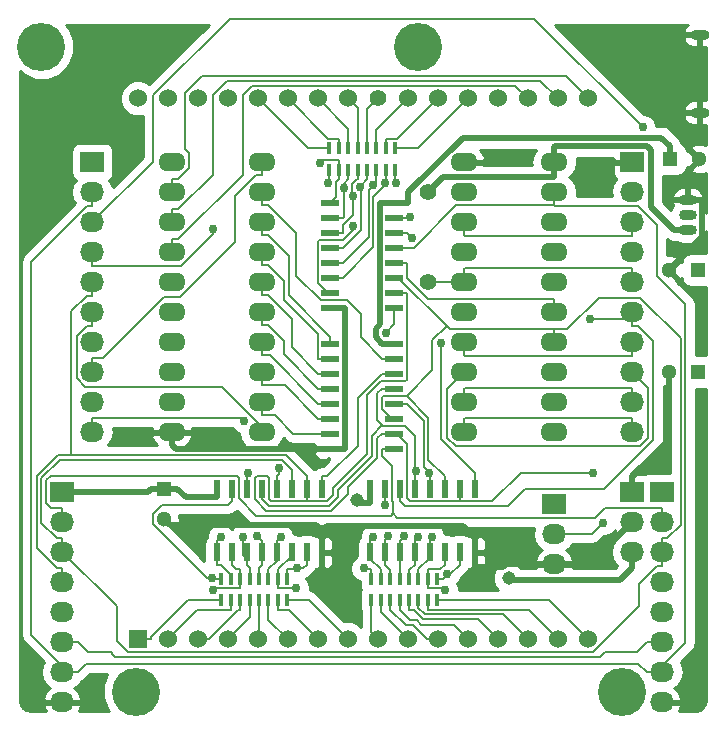
<source format=gbr>
G04 #@! TF.FileFunction,Copper,L1,Top,Signal*
%FSLAX46Y46*%
G04 Gerber Fmt 4.6, Leading zero omitted, Abs format (unit mm)*
G04 Created by KiCad (PCBNEW (2015-11-29 BZR 6336, Git 7b0d981)-product) date 12/9/2015 5:57:17 PM*
%MOMM*%
G01*
G04 APERTURE LIST*
%ADD10C,0.100000*%
%ADD11R,2.032000X1.727200*%
%ADD12O,2.032000X1.727200*%
%ADD13C,1.524000*%
%ADD14R,1.524000X1.524000*%
%ADD15C,1.397000*%
%ADD16O,2.300000X1.600000*%
%ADD17R,1.300000X1.300000*%
%ADD18C,1.300000*%
%ADD19O,1.501140X0.899160*%
%ADD20R,0.600000X1.500000*%
%ADD21R,1.500000X0.600000*%
%ADD22R,0.425000X1.000000*%
%ADD23O,1.600000X0.900000*%
%ADD24C,4.064000*%
%ADD25C,1.143000*%
%ADD26C,0.762000*%
%ADD27C,0.508000*%
%ADD28C,0.203200*%
%ADD29C,0.254000*%
G04 APERTURE END LIST*
D10*
D11*
X170688000Y-93980000D03*
D12*
X170688000Y-96520000D03*
X170688000Y-99060000D03*
X170688000Y-101600000D03*
X170688000Y-104140000D03*
X170688000Y-106680000D03*
X170688000Y-109220000D03*
X170688000Y-111760000D03*
D13*
X164378640Y-60655200D03*
X161838640Y-60655200D03*
X159298640Y-60655200D03*
X156758640Y-60655200D03*
X154218640Y-60655200D03*
X151678640Y-60655200D03*
X149138640Y-60655200D03*
X144058640Y-60655200D03*
X141518640Y-60655200D03*
X138978640Y-60655200D03*
X136438640Y-60655200D03*
X133898640Y-60655200D03*
X131358640Y-60655200D03*
X128818640Y-60655200D03*
X126278640Y-60655200D03*
X164388800Y-106426000D03*
X161848800Y-106426000D03*
X159308800Y-106426000D03*
X156768800Y-106426000D03*
X154228800Y-106426000D03*
X151688800Y-106426000D03*
X149148800Y-106426000D03*
X146608800Y-106426000D03*
X144068800Y-106426000D03*
X141528800Y-106426000D03*
X138988800Y-106426000D03*
X136448800Y-106426000D03*
X133908800Y-106426000D03*
X131368800Y-106426000D03*
X128828800Y-106426000D03*
D14*
X126288800Y-106426000D03*
D15*
X146598640Y-60655200D03*
D16*
X161544000Y-66040000D03*
X161544000Y-68580000D03*
X161544000Y-71120000D03*
X161544000Y-73660000D03*
X161544000Y-76200000D03*
X161544000Y-78740000D03*
X161544000Y-81280000D03*
X161544000Y-83820000D03*
X161544000Y-86360000D03*
X161544000Y-88900000D03*
X153924000Y-88900000D03*
X153924000Y-86360000D03*
X153924000Y-83820000D03*
X153924000Y-81280000D03*
X153924000Y-78740000D03*
X153924000Y-76200000D03*
X153924000Y-73660000D03*
X153924000Y-71120000D03*
X153924000Y-68580000D03*
X153924000Y-66040000D03*
D17*
X171323000Y-65786000D03*
D18*
X173823000Y-65786000D03*
D17*
X173736000Y-83820000D03*
D18*
X171236000Y-83820000D03*
D17*
X128524000Y-93726000D03*
D18*
X128524000Y-96226000D03*
D17*
X173736000Y-75184000D03*
D18*
X171236000Y-75184000D03*
D11*
X161544000Y-94996000D03*
D12*
X161544000Y-97536000D03*
X161544000Y-100076000D03*
D19*
X172847000Y-70485000D03*
X172847000Y-71755000D03*
X172847000Y-69215000D03*
D16*
X136779000Y-66040000D03*
X136779000Y-68580000D03*
X136779000Y-71120000D03*
X136779000Y-73660000D03*
X136779000Y-76200000D03*
X136779000Y-78740000D03*
X136779000Y-81280000D03*
X136779000Y-83820000D03*
X136779000Y-86360000D03*
X136779000Y-88900000D03*
X129159000Y-88900000D03*
X129159000Y-86360000D03*
X129159000Y-83820000D03*
X129159000Y-81280000D03*
X129159000Y-78740000D03*
X129159000Y-76200000D03*
X129159000Y-73660000D03*
X129159000Y-71120000D03*
X129159000Y-68580000D03*
X129159000Y-66040000D03*
D20*
X145923000Y-99093000D03*
X147193000Y-99093000D03*
X148463000Y-99093000D03*
X149733000Y-99093000D03*
X151003000Y-99093000D03*
X152273000Y-99093000D03*
X153543000Y-99093000D03*
X154813000Y-99093000D03*
X154813000Y-93693000D03*
X153543000Y-93693000D03*
X152273000Y-93693000D03*
X151003000Y-93693000D03*
X149733000Y-93693000D03*
X148463000Y-93693000D03*
X147193000Y-93693000D03*
X145923000Y-93693000D03*
D21*
X142588000Y-69469000D03*
X142588000Y-70739000D03*
X142588000Y-72009000D03*
X142588000Y-73279000D03*
X142588000Y-74549000D03*
X142588000Y-75819000D03*
X142588000Y-77089000D03*
X142588000Y-78359000D03*
X147988000Y-78359000D03*
X147988000Y-77089000D03*
X147988000Y-75819000D03*
X147988000Y-74549000D03*
X147988000Y-73279000D03*
X147988000Y-72009000D03*
X147988000Y-70739000D03*
X147988000Y-69469000D03*
D20*
X132969000Y-99093000D03*
X134239000Y-99093000D03*
X135509000Y-99093000D03*
X136779000Y-99093000D03*
X138049000Y-99093000D03*
X139319000Y-99093000D03*
X140589000Y-99093000D03*
X141859000Y-99093000D03*
X141859000Y-93693000D03*
X140589000Y-93693000D03*
X139319000Y-93693000D03*
X138049000Y-93693000D03*
X136779000Y-93693000D03*
X135509000Y-93693000D03*
X134239000Y-93693000D03*
X132969000Y-93693000D03*
D21*
X142588000Y-81407000D03*
X142588000Y-82677000D03*
X142588000Y-83947000D03*
X142588000Y-85217000D03*
X142588000Y-86487000D03*
X142588000Y-87757000D03*
X142588000Y-89027000D03*
X142588000Y-90297000D03*
X147988000Y-90297000D03*
X147988000Y-89027000D03*
X147988000Y-87757000D03*
X147988000Y-86487000D03*
X147988000Y-85217000D03*
X147988000Y-83947000D03*
X147988000Y-82677000D03*
X147988000Y-81407000D03*
D11*
X122428000Y-66040000D03*
D12*
X122428000Y-68580000D03*
X122428000Y-71120000D03*
X122428000Y-73660000D03*
X122428000Y-76200000D03*
X122428000Y-78740000D03*
X122428000Y-81280000D03*
X122428000Y-83820000D03*
X122428000Y-86360000D03*
X122428000Y-88900000D03*
D11*
X168148000Y-66040000D03*
D12*
X168148000Y-68580000D03*
X168148000Y-71120000D03*
X168148000Y-73660000D03*
X168148000Y-76200000D03*
X168148000Y-78740000D03*
X168148000Y-81280000D03*
X168148000Y-83820000D03*
X168148000Y-86360000D03*
X168148000Y-88900000D03*
D15*
X150876000Y-68580000D03*
X150876000Y-76200000D03*
D22*
X146044000Y-103135000D03*
X146044000Y-101335000D03*
X151644000Y-103135000D03*
X151644000Y-101335000D03*
X146844000Y-103135000D03*
X147644000Y-103135000D03*
X148444000Y-103135000D03*
X149244000Y-103135000D03*
X150044000Y-103135000D03*
X150844000Y-103135000D03*
X146844000Y-101335000D03*
X147644000Y-101335000D03*
X148444000Y-101335000D03*
X150044000Y-101335000D03*
X149244000Y-101335000D03*
X150844000Y-101335000D03*
X142488000Y-66686000D03*
X142488000Y-64886000D03*
X148088000Y-66686000D03*
X148088000Y-64886000D03*
X143288000Y-66686000D03*
X144088000Y-66686000D03*
X144888000Y-66686000D03*
X145688000Y-66686000D03*
X146488000Y-66686000D03*
X147288000Y-66686000D03*
X143288000Y-64886000D03*
X144088000Y-64886000D03*
X144888000Y-64886000D03*
X146488000Y-64886000D03*
X145688000Y-64886000D03*
X147288000Y-64886000D03*
X133344000Y-103135000D03*
X133344000Y-101335000D03*
X138944000Y-103135000D03*
X138944000Y-101335000D03*
X134144000Y-103135000D03*
X134944000Y-103135000D03*
X135744000Y-103135000D03*
X136544000Y-103135000D03*
X137344000Y-103135000D03*
X138144000Y-103135000D03*
X134144000Y-101335000D03*
X134944000Y-101335000D03*
X135744000Y-101335000D03*
X137344000Y-101335000D03*
X136544000Y-101335000D03*
X138144000Y-101335000D03*
D23*
X173857460Y-55247000D03*
X173857460Y-61847000D03*
D24*
X118110000Y-56261000D03*
X167259000Y-110871000D03*
X149987000Y-56261000D03*
X126111000Y-110871000D03*
D11*
X119888000Y-93980000D03*
D12*
X119888000Y-96520000D03*
X119888000Y-99060000D03*
X119888000Y-101600000D03*
X119888000Y-104140000D03*
X119888000Y-106680000D03*
X119888000Y-109220000D03*
X119888000Y-111760000D03*
D11*
X168148000Y-93980000D03*
D12*
X168148000Y-96520000D03*
X168148000Y-99060000D03*
D25*
X157670500Y-101276700D03*
X144803800Y-94659700D03*
D26*
X149465000Y-72499800D03*
X151980500Y-81373200D03*
X150973900Y-92357700D03*
X138199800Y-91967700D03*
X149833900Y-92175500D03*
X164547100Y-79324300D03*
X135608200Y-92341400D03*
X147277400Y-80483500D03*
X165682400Y-96596000D03*
X169024000Y-63075800D03*
X132614400Y-71729100D03*
X164854700Y-92325900D03*
X135234500Y-87931000D03*
X146221300Y-97755500D03*
X147491300Y-97742700D03*
X148840300Y-97742700D03*
X149985700Y-97753900D03*
X151147900Y-97749900D03*
X152305600Y-102231900D03*
X152486600Y-100937500D03*
X145392800Y-100431100D03*
X147171600Y-95051600D03*
X141690600Y-66102100D03*
X143721400Y-68202000D03*
X144458500Y-68928900D03*
X145093700Y-68186700D03*
X146178800Y-68008900D03*
X147194500Y-67782400D03*
X148180400Y-67802100D03*
X144488300Y-71497700D03*
X142349100Y-67775900D03*
X149336600Y-70715000D03*
X133304000Y-97746500D03*
X132686000Y-102231900D03*
X135172400Y-97754200D03*
X136394000Y-97732500D03*
X138381200Y-97753300D03*
X139708800Y-102140100D03*
X139728600Y-100428000D03*
X132546700Y-101263100D03*
D27*
X127162500Y-93980000D02*
X121361500Y-93980000D01*
X127416500Y-93726000D02*
X127162500Y-93980000D01*
X128524000Y-93726000D02*
X127416500Y-93726000D01*
X119888000Y-93980000D02*
X121361500Y-93980000D01*
X132969000Y-93693000D02*
X132969000Y-94436600D01*
X128524000Y-93726000D02*
X129631500Y-93726000D01*
X147988000Y-81407000D02*
X147097800Y-81407000D01*
X147988000Y-69469000D02*
X146780500Y-69469000D01*
X171323000Y-65786000D02*
X171323000Y-64678500D01*
X147988000Y-69469000D02*
X149195500Y-69469000D01*
X146996100Y-81407000D02*
X147097800Y-81407000D01*
X146438900Y-80849800D02*
X146996100Y-81407000D01*
X146438900Y-80136200D02*
X146438900Y-80849800D01*
X146780500Y-79794600D02*
X146438900Y-80136200D01*
X146780500Y-69469000D02*
X146780500Y-79794600D01*
X130342100Y-94436600D02*
X129631500Y-93726000D01*
X132969000Y-94436600D02*
X130342100Y-94436600D01*
X149195500Y-68598900D02*
X149195500Y-69469000D01*
X153829900Y-63964500D02*
X149195500Y-68598900D01*
X170609000Y-63964500D02*
X153829900Y-63964500D01*
X171323000Y-64678500D02*
X170609000Y-63964500D01*
X167079700Y-101449400D02*
X168148000Y-100381100D01*
X157843200Y-101449400D02*
X167079700Y-101449400D01*
X157670500Y-101276700D02*
X157843200Y-101449400D01*
X168148000Y-99060000D02*
X168148000Y-100381100D01*
X145923000Y-93693000D02*
X145923000Y-94900500D01*
X145044600Y-94900500D02*
X144803800Y-94659700D01*
X145923000Y-94900500D02*
X145044600Y-94900500D01*
X142588000Y-90297000D02*
X143795500Y-90297000D01*
X141859000Y-99093000D02*
X141859000Y-97885500D01*
X143795500Y-78359000D02*
X143795500Y-90297000D01*
X142588000Y-78359000D02*
X143795500Y-78359000D01*
X171236000Y-89570900D02*
X171236000Y-83820000D01*
X168148000Y-92658900D02*
X171236000Y-89570900D01*
X168148000Y-93980000D02*
X168148000Y-92658900D01*
X129159000Y-88900000D02*
X129159000Y-89979600D01*
X142588000Y-90297000D02*
X141380500Y-90297000D01*
X154813000Y-99093000D02*
X154813000Y-100300500D01*
X161544000Y-100076000D02*
X160070500Y-100076000D01*
X154813000Y-99093000D02*
X154813000Y-97885500D01*
X174055100Y-72364900D02*
X174055100Y-69215000D01*
X171236000Y-75184000D02*
X174055100Y-72364900D01*
X172847000Y-69215000D02*
X174055100Y-69215000D01*
X164592000Y-100076000D02*
X161544000Y-100076000D01*
X168148000Y-96520000D02*
X164592000Y-100076000D01*
X129476400Y-90297000D02*
X129159000Y-89979600D01*
X141380500Y-90297000D02*
X129476400Y-90297000D01*
X141859000Y-97885500D02*
X141859000Y-97269000D01*
X157191500Y-100300500D02*
X154813000Y-100300500D01*
X157416000Y-100076000D02*
X157191500Y-100300500D01*
X160070500Y-100076000D02*
X157416000Y-100076000D01*
X141339500Y-96749500D02*
X141859000Y-97269000D01*
X129047500Y-96749500D02*
X141339500Y-96749500D01*
X128524000Y-96226000D02*
X129047500Y-96749500D01*
X142269100Y-96858900D02*
X141859000Y-97269000D01*
X153786400Y-96858900D02*
X142269100Y-96858900D01*
X154813000Y-97885500D02*
X153786400Y-96858900D01*
X161650400Y-64676100D02*
X161544000Y-64782500D01*
X169353800Y-64676100D02*
X161650400Y-64676100D01*
X169712100Y-65034400D02*
X169353800Y-64676100D01*
X169712100Y-69828200D02*
X169712100Y-65034400D01*
X171638900Y-71755000D02*
X169712100Y-69828200D01*
X172847000Y-71755000D02*
X171638900Y-71755000D01*
X161544000Y-66040000D02*
X161544000Y-64782500D01*
X152158500Y-67297500D02*
X161544000Y-67297500D01*
X150876000Y-68580000D02*
X152158500Y-67297500D01*
X161544000Y-66040000D02*
X161544000Y-67297500D01*
D28*
X149043100Y-72077900D02*
X149465000Y-72499800D01*
X149043100Y-72009000D02*
X149043100Y-72077900D01*
X147988000Y-72009000D02*
X149043100Y-72009000D01*
X151980500Y-89495600D02*
X151980500Y-81373200D01*
X154813000Y-92328100D02*
X151980500Y-89495600D01*
X154813000Y-93693000D02*
X154813000Y-92328100D01*
X161544000Y-81280000D02*
X161544000Y-80174900D01*
X152273000Y-93165400D02*
X152273000Y-92637900D01*
X152273000Y-93165400D02*
X152273000Y-93693000D01*
X119888000Y-98548700D02*
X119888000Y-97891300D01*
X170688000Y-99060000D02*
X170688000Y-97891300D01*
X170688000Y-99060000D02*
X170688000Y-100228700D01*
X139319000Y-92116500D02*
X139319000Y-93693000D01*
X138484100Y-91281600D02*
X139319000Y-92116500D01*
X119669300Y-91281600D02*
X138484100Y-91281600D01*
X118125500Y-92825400D02*
X119669300Y-91281600D01*
X118125500Y-96567100D02*
X118125500Y-92825400D01*
X119449700Y-97891300D02*
X118125500Y-96567100D01*
X119888000Y-97891300D02*
X119449700Y-97891300D01*
X162649100Y-80174900D02*
X161544000Y-80174900D01*
X165289600Y-77534400D02*
X162649100Y-80174900D01*
X168793000Y-77534400D02*
X165289600Y-77534400D01*
X172238400Y-80979800D02*
X168793000Y-77534400D01*
X172238400Y-96779200D02*
X172238400Y-80979800D01*
X171126300Y-97891300D02*
X172238400Y-96779200D01*
X170688000Y-97891300D02*
X171126300Y-97891300D01*
X147062500Y-85852000D02*
X149030500Y-85852000D01*
X146932900Y-85981600D02*
X147062500Y-85852000D01*
X146932900Y-86913400D02*
X146932900Y-85981600D01*
X147776500Y-87757000D02*
X146932900Y-86913400D01*
X147988000Y-87757000D02*
X147776500Y-87757000D01*
X150887600Y-91252500D02*
X152273000Y-92637900D01*
X150887600Y-87709100D02*
X150887600Y-91252500D01*
X149030500Y-85852000D02*
X150887600Y-87709100D01*
X151223500Y-81123600D02*
X152438800Y-79908300D01*
X151223500Y-83659000D02*
X151223500Y-81123600D01*
X149030500Y-85852000D02*
X151223500Y-83659000D01*
X152705400Y-80174900D02*
X152438800Y-79908300D01*
X161544000Y-80174900D02*
X152705400Y-80174900D01*
X148349500Y-75819000D02*
X147988000Y-75819000D01*
X152438800Y-79908300D02*
X148349500Y-75819000D01*
X119888000Y-99060000D02*
X119888000Y-98548700D01*
X124493700Y-103665700D02*
X119888000Y-99060000D01*
X124493700Y-106586300D02*
X124493700Y-103665700D01*
X125443600Y-107536200D02*
X124493700Y-106586300D01*
X164836600Y-107536200D02*
X125443600Y-107536200D01*
X168707200Y-103665600D02*
X164836600Y-107536200D01*
X168707200Y-101771200D02*
X168707200Y-103665600D01*
X170249700Y-100228700D02*
X168707200Y-101771200D01*
X170688000Y-100228700D02*
X170249700Y-100228700D01*
X122428000Y-78740000D02*
X122428000Y-79908700D01*
X147988000Y-86487000D02*
X149043100Y-86487000D01*
X150973900Y-92608800D02*
X150973900Y-92357700D01*
X151003000Y-92637900D02*
X150973900Y-92608800D01*
X151003000Y-93693000D02*
X151003000Y-92637900D01*
X138199800Y-92487100D02*
X138049000Y-92637900D01*
X138199800Y-91967700D02*
X138199800Y-92487100D01*
X138049000Y-93693000D02*
X138049000Y-92637900D01*
X150480900Y-87924800D02*
X149043100Y-86487000D01*
X150480900Y-91852100D02*
X150480900Y-87924800D01*
X150973900Y-92345100D02*
X150480900Y-91852100D01*
X150973900Y-92357700D02*
X150973900Y-92345100D01*
X149043100Y-75830000D02*
X149043100Y-74549000D01*
X150848000Y-77634900D02*
X149043100Y-75830000D01*
X161544000Y-77634900D02*
X150848000Y-77634900D01*
X161544000Y-78740000D02*
X161544000Y-77634900D01*
X147988000Y-74549000D02*
X149043100Y-74549000D01*
X121950500Y-79908700D02*
X122428000Y-79908700D01*
X121095700Y-80763500D02*
X121950500Y-79908700D01*
X121095700Y-84343900D02*
X121095700Y-80763500D01*
X121841800Y-85090000D02*
X121095700Y-84343900D01*
X133377800Y-85090000D02*
X121841800Y-85090000D01*
X136779000Y-88491200D02*
X133377800Y-85090000D01*
X136779000Y-88900000D02*
X136779000Y-88491200D01*
X121915500Y-108513600D02*
X121209100Y-109220000D01*
X168660500Y-108513600D02*
X121915500Y-108513600D01*
X169366900Y-109220000D02*
X168660500Y-108513600D01*
X119888000Y-109220000D02*
X120399300Y-109220000D01*
X120399300Y-109220000D02*
X121209100Y-109220000D01*
X161544000Y-68580000D02*
X161544000Y-69685100D01*
X122428000Y-68580000D02*
X122428000Y-69748700D01*
X170688000Y-109220000D02*
X170176800Y-109220000D01*
X170176800Y-109220000D02*
X169366900Y-109220000D01*
X147988000Y-73279000D02*
X149043100Y-73279000D01*
X161626400Y-69767500D02*
X161544000Y-69685100D01*
X168659400Y-69767500D02*
X161626400Y-69767500D01*
X170238900Y-71347000D02*
X168659400Y-69767500D01*
X170238900Y-75677800D02*
X170238900Y-71347000D01*
X172645300Y-78084200D02*
X170238900Y-75677800D01*
X172645300Y-106751500D02*
X172645300Y-78084200D01*
X170176800Y-109220000D02*
X172645300Y-106751500D01*
X147988000Y-85217000D02*
X146932900Y-85217000D01*
X153250000Y-69685100D02*
X161544000Y-69685100D01*
X149656100Y-73279000D02*
X153250000Y-69685100D01*
X149043100Y-73279000D02*
X149656100Y-73279000D01*
X136779000Y-94584900D02*
X136779000Y-93693000D01*
X137349000Y-95154900D02*
X136779000Y-94584900D01*
X142486800Y-95154900D02*
X137349000Y-95154900D01*
X143242700Y-94399000D02*
X142486800Y-95154900D01*
X143242700Y-93830500D02*
X143242700Y-94399000D01*
X146108100Y-90965100D02*
X143242700Y-93830500D01*
X146108100Y-89211400D02*
X146108100Y-90965100D01*
X146994400Y-88325100D02*
X146108100Y-89211400D01*
X146526200Y-87856900D02*
X146994400Y-88325100D01*
X146526200Y-85623700D02*
X146526200Y-87856900D01*
X146932900Y-85217000D02*
X146526200Y-85623700D01*
X149833900Y-92175500D02*
X149733000Y-92175500D01*
X149733000Y-89257500D02*
X149733000Y-92175500D01*
X148867500Y-88392000D02*
X149733000Y-89257500D01*
X147061300Y-88392000D02*
X148867500Y-88392000D01*
X146994400Y-88325100D02*
X147061300Y-88392000D01*
X149733000Y-92175500D02*
X149733000Y-93693000D01*
X117273500Y-106094200D02*
X120399300Y-109220000D01*
X117273500Y-74464900D02*
X117273500Y-106094200D01*
X121989700Y-69748700D02*
X117273500Y-74464900D01*
X122428000Y-69748700D02*
X121989700Y-69748700D01*
X148463000Y-93693000D02*
X148463000Y-94748100D01*
X168148000Y-78740000D02*
X168148000Y-79324300D01*
X168148000Y-79324300D02*
X168148000Y-79908700D01*
X168148000Y-79324300D02*
X164547100Y-79324300D01*
X168625500Y-79908700D02*
X168148000Y-79908700D01*
X169925900Y-81209100D02*
X168625500Y-79908700D01*
X169925900Y-89545900D02*
X169925900Y-81209100D01*
X165710400Y-93761400D02*
X169925900Y-89545900D01*
X159026300Y-93761400D02*
X165710400Y-93761400D01*
X157608300Y-95179400D02*
X159026300Y-93761400D01*
X148894300Y-95179400D02*
X157608300Y-95179400D01*
X148463000Y-94748100D02*
X148894300Y-95179400D01*
X135509000Y-93693000D02*
X135509000Y-92637900D01*
X135608200Y-92538700D02*
X135608200Y-92341400D01*
X135509000Y-92637900D02*
X135608200Y-92538700D01*
X147988000Y-79772900D02*
X147277400Y-80483500D01*
X147988000Y-78359000D02*
X147988000Y-79772900D01*
X141859000Y-93693000D02*
X141859000Y-92637900D01*
X147988000Y-83947000D02*
X146932900Y-83947000D01*
X142312800Y-92637900D02*
X141859000Y-92637900D01*
X144888200Y-90062500D02*
X142312800Y-92637900D01*
X144888200Y-85991600D02*
X144888200Y-90062500D01*
X144888300Y-85991600D02*
X144888200Y-85991600D01*
X146932900Y-83947000D02*
X144888300Y-85991600D01*
X136779000Y-71120000D02*
X136779000Y-72225100D01*
X142588000Y-80831900D02*
X142588000Y-81407000D01*
X139051000Y-77294900D02*
X142588000Y-80831900D01*
X139051000Y-73992200D02*
X139051000Y-77294900D01*
X137283900Y-72225100D02*
X139051000Y-73992200D01*
X136779000Y-72225100D02*
X137283900Y-72225100D01*
X142588000Y-82677000D02*
X141532900Y-82677000D01*
X136779000Y-73660000D02*
X136779000Y-74765100D01*
X141532900Y-80639400D02*
X141532900Y-82677000D01*
X138644300Y-77750800D02*
X141532900Y-80639400D01*
X138644300Y-76125400D02*
X138644300Y-77750800D01*
X137284000Y-74765100D02*
X138644300Y-76125400D01*
X136779000Y-74765100D02*
X137284000Y-74765100D01*
X137274900Y-77305100D02*
X136779000Y-77305100D01*
X139322200Y-79352400D02*
X137274900Y-77305100D01*
X139322200Y-81736300D02*
X139322200Y-79352400D01*
X141532900Y-83947000D02*
X139322200Y-81736300D01*
X142588000Y-83947000D02*
X141532900Y-83947000D01*
X136779000Y-76200000D02*
X136779000Y-77305100D01*
X137284000Y-79845100D02*
X136779000Y-79845100D01*
X138644200Y-81205300D02*
X137284000Y-79845100D01*
X138644200Y-82328300D02*
X138644200Y-81205300D01*
X141532900Y-85217000D02*
X138644200Y-82328300D01*
X142588000Y-85217000D02*
X141532900Y-85217000D01*
X136779000Y-78740000D02*
X136779000Y-79845100D01*
X137431000Y-82385100D02*
X136779000Y-82385100D01*
X141532900Y-86487000D02*
X137431000Y-82385100D01*
X142588000Y-86487000D02*
X141532900Y-86487000D01*
X136779000Y-81280000D02*
X136779000Y-82385100D01*
X136779000Y-83820000D02*
X136779000Y-84925100D01*
X138701000Y-84925100D02*
X136779000Y-84925100D01*
X141532900Y-87757000D02*
X138701000Y-84925100D01*
X142588000Y-87757000D02*
X141532900Y-87757000D01*
X137884100Y-87465100D02*
X136779000Y-87465100D01*
X139446000Y-89027000D02*
X137884100Y-87465100D01*
X142588000Y-89027000D02*
X139446000Y-89027000D01*
X136779000Y-86360000D02*
X136779000Y-87465100D01*
X170688000Y-96520000D02*
X170688000Y-95351300D01*
X119888000Y-96520000D02*
X119888000Y-95351300D01*
X147988000Y-90297000D02*
X146932900Y-90297000D01*
X146932900Y-90902100D02*
X146932900Y-90297000D01*
X147828000Y-91797200D02*
X146932900Y-90902100D01*
X147828000Y-94716100D02*
X147828000Y-91797200D01*
X147883400Y-94771500D02*
X147828000Y-94716100D01*
X147883400Y-95783900D02*
X147883400Y-94771500D01*
X165809700Y-95351300D02*
X170688000Y-95351300D01*
X164996200Y-96164800D02*
X165809700Y-95351300D01*
X148264300Y-96164800D02*
X164996200Y-96164800D01*
X147883400Y-95783900D02*
X148264300Y-96164800D01*
X147698900Y-95968400D02*
X147883400Y-95783900D01*
X136291200Y-95968400D02*
X147698900Y-95968400D01*
X134844200Y-94521400D02*
X136291200Y-95968400D01*
X134844200Y-92760800D02*
X134844200Y-94521400D01*
X134701200Y-92617800D02*
X134844200Y-92760800D01*
X118908300Y-92617800D02*
X134701200Y-92617800D01*
X118532200Y-92993900D02*
X118908300Y-92617800D01*
X118532200Y-94945400D02*
X118532200Y-92993900D01*
X118938100Y-95351300D02*
X118532200Y-94945400D01*
X119888000Y-95351300D02*
X118938100Y-95351300D01*
X137284000Y-69685100D02*
X136779000Y-69685100D01*
X139661000Y-72062100D02*
X137284000Y-69685100D01*
X139661000Y-75663400D02*
X139661000Y-72062100D01*
X141751400Y-77753800D02*
X139661000Y-75663400D01*
X143997000Y-77753800D02*
X141751400Y-77753800D01*
X145137800Y-78894600D02*
X143997000Y-77753800D01*
X145137800Y-80881900D02*
X145137800Y-78894600D01*
X146932900Y-82677000D02*
X145137800Y-80881900D01*
X147988000Y-82677000D02*
X146932900Y-82677000D01*
X136779000Y-68580000D02*
X136779000Y-69685100D01*
X162496100Y-58772700D02*
X164378600Y-60655200D01*
X131704000Y-58772700D02*
X162496100Y-58772700D01*
X130276800Y-60199900D02*
X131704000Y-58772700D01*
X130276800Y-64920200D02*
X130276800Y-60199900D01*
X130636300Y-65279700D02*
X130276800Y-64920200D01*
X130636300Y-66550100D02*
X130636300Y-65279700D01*
X129711500Y-67474900D02*
X130636300Y-66550100D01*
X129159000Y-67474900D02*
X129711500Y-67474900D01*
X129159000Y-68580000D02*
X129159000Y-67474900D01*
X160362900Y-59179500D02*
X161838600Y-60655200D01*
X133837200Y-59179500D02*
X160362900Y-59179500D01*
X132628600Y-60388100D02*
X133837200Y-59179500D01*
X132628600Y-67097800D02*
X132628600Y-60388100D01*
X129711500Y-70014900D02*
X132628600Y-67097800D01*
X129159000Y-70014900D02*
X129711500Y-70014900D01*
X129159000Y-71120000D02*
X129159000Y-70014900D01*
X129159000Y-73660000D02*
X129159000Y-72554900D01*
X129711500Y-72554900D02*
X129159000Y-72554900D01*
X135168600Y-67097800D02*
X129711500Y-72554900D01*
X135168600Y-60356700D02*
X135168600Y-67097800D01*
X135938300Y-59587000D02*
X135168600Y-60356700D01*
X158230400Y-59587000D02*
X135938300Y-59587000D01*
X159298600Y-60655200D02*
X158230400Y-59587000D01*
X153987600Y-75031300D02*
X168148000Y-75031300D01*
X153924000Y-75094900D02*
X153987600Y-75031300D01*
X153924000Y-76200000D02*
X153924000Y-75094900D01*
X168148000Y-76200000D02*
X168148000Y-75031300D01*
X150876000Y-76200000D02*
X153924000Y-76200000D01*
X161544000Y-97536000D02*
X162865100Y-97536000D01*
X164742400Y-97536000D02*
X162865100Y-97536000D01*
X165682400Y-96596000D02*
X164742400Y-97536000D01*
X159838800Y-53890600D02*
X169024000Y-63075800D01*
X134046100Y-53890600D02*
X159838800Y-53890600D01*
X127548600Y-60388100D02*
X134046100Y-53890600D01*
X127548600Y-65999400D02*
X127548600Y-60388100D01*
X122428000Y-71120000D02*
X127548600Y-65999400D01*
X132614400Y-72146100D02*
X132614400Y-71729100D01*
X129931800Y-74828700D02*
X132614400Y-72146100D01*
X122428000Y-74828700D02*
X129931800Y-74828700D01*
X122428000Y-73660000D02*
X122428000Y-74828700D01*
X119888000Y-101600000D02*
X119888000Y-100431300D01*
X140589000Y-93693000D02*
X140589000Y-92637900D01*
X147988000Y-77089000D02*
X149043100Y-77089000D01*
X146514800Y-89445100D02*
X146932900Y-89027000D01*
X146514800Y-91133600D02*
X146514800Y-89445100D01*
X144071000Y-93577400D02*
X146514800Y-91133600D01*
X144071000Y-94152700D02*
X144071000Y-93577400D01*
X142662100Y-95561600D02*
X144071000Y-94152700D01*
X137164200Y-95561600D02*
X142662100Y-95561600D01*
X136173900Y-94571300D02*
X137164200Y-95561600D01*
X136173900Y-92816600D02*
X136173900Y-94571300D01*
X136352600Y-92637900D02*
X136173900Y-92816600D01*
X137205400Y-92637900D02*
X136352600Y-92637900D01*
X137384100Y-92816600D02*
X137205400Y-92637900D01*
X137384100Y-94569400D02*
X137384100Y-92816600D01*
X137562900Y-94748200D02*
X137384100Y-94569400D01*
X140589000Y-94748200D02*
X137562900Y-94748200D01*
X140589000Y-94748200D02*
X140589000Y-93693000D01*
X142293000Y-94748200D02*
X140589000Y-94748200D01*
X142836000Y-94205200D02*
X142293000Y-94748200D01*
X142836000Y-93662000D02*
X142836000Y-94205200D01*
X145701400Y-90796600D02*
X142836000Y-93662000D01*
X145701400Y-85753800D02*
X145701400Y-90796600D01*
X146843400Y-84611800D02*
X145701400Y-85753800D01*
X148905700Y-84611800D02*
X146843400Y-84611800D01*
X149043100Y-84474400D02*
X148905700Y-84611800D01*
X149043100Y-77089000D02*
X149043100Y-84474400D01*
X147460500Y-89027000D02*
X146932900Y-89027000D01*
X147460500Y-89027000D02*
X147988000Y-89027000D01*
X149293500Y-94748100D02*
X153543000Y-94748100D01*
X149068200Y-94522800D02*
X149293500Y-94748100D01*
X149068200Y-89893400D02*
X149068200Y-94522800D01*
X148201800Y-89027000D02*
X149068200Y-89893400D01*
X147988000Y-89027000D02*
X148201800Y-89027000D01*
X153543000Y-93693000D02*
X153543000Y-94748100D01*
X156297700Y-94748100D02*
X153543000Y-94748100D01*
X158719900Y-92325900D02*
X156297700Y-94748100D01*
X164854700Y-92325900D02*
X158719900Y-92325900D01*
X122428000Y-76200000D02*
X122428000Y-77368700D01*
X121950500Y-77368700D02*
X122428000Y-77368700D01*
X120651300Y-78667900D02*
X121950500Y-77368700D01*
X120651300Y-90874800D02*
X120651300Y-78667900D01*
X119493000Y-90874800D02*
X120651300Y-90874800D01*
X117718800Y-92649000D02*
X119493000Y-90874800D01*
X117718800Y-98700400D02*
X117718800Y-92649000D01*
X119449700Y-100431300D02*
X117718800Y-98700400D01*
X119888000Y-100431300D02*
X119449700Y-100431300D01*
X138825900Y-90874800D02*
X140589000Y-92637900D01*
X120651300Y-90874800D02*
X138825900Y-90874800D01*
X135034800Y-87731300D02*
X135234500Y-87931000D01*
X122428000Y-87731300D02*
X135034800Y-87731300D01*
X122428000Y-88900000D02*
X122428000Y-87731300D01*
X153987600Y-87731300D02*
X153924000Y-87794900D01*
X168148000Y-87731300D02*
X153987600Y-87731300D01*
X168148000Y-88900000D02*
X168148000Y-87731300D01*
X153924000Y-88900000D02*
X153924000Y-87794900D01*
X153987600Y-85191300D02*
X153924000Y-85254900D01*
X168148000Y-85191300D02*
X153987600Y-85191300D01*
X168148000Y-86360000D02*
X168148000Y-85191300D01*
X153924000Y-86360000D02*
X153924000Y-85254900D01*
X152466900Y-85277100D02*
X153924000Y-83820000D01*
X152466900Y-89364000D02*
X152466900Y-85277100D01*
X153181500Y-90078600D02*
X152466900Y-89364000D01*
X168817900Y-90078600D02*
X153181500Y-90078600D01*
X169519100Y-89377400D02*
X168817900Y-90078600D01*
X169519100Y-85191100D02*
X169519100Y-89377400D01*
X168148000Y-83820000D02*
X169519100Y-85191100D01*
X153987600Y-82448700D02*
X153924000Y-82385100D01*
X168148000Y-82448700D02*
X153987600Y-82448700D01*
X168148000Y-81280000D02*
X168148000Y-82448700D01*
X153924000Y-81280000D02*
X153924000Y-82385100D01*
X153987600Y-72288700D02*
X153924000Y-72225100D01*
X168148000Y-72288700D02*
X153987600Y-72288700D01*
X168148000Y-71120000D02*
X168148000Y-72288700D01*
X153924000Y-71120000D02*
X153924000Y-72225100D01*
X146844000Y-101335000D02*
X146844000Y-100529900D01*
X145923000Y-99608900D02*
X145923000Y-99093000D01*
X146844000Y-100529900D02*
X145923000Y-99608900D01*
X145938900Y-98037900D02*
X146221300Y-97755500D01*
X145923000Y-98037900D02*
X145938900Y-98037900D01*
X145923000Y-99093000D02*
X145923000Y-98037900D01*
X147196100Y-98037900D02*
X147491300Y-97742700D01*
X147193000Y-98037900D02*
X147196100Y-98037900D01*
X147193000Y-99093000D02*
X147193000Y-98037900D01*
X147574800Y-100529900D02*
X147193000Y-100148100D01*
X147644000Y-100529900D02*
X147574800Y-100529900D01*
X147193000Y-99093000D02*
X147193000Y-100148100D01*
X147644000Y-101335000D02*
X147644000Y-100529900D01*
X148545100Y-98037900D02*
X148840300Y-97742700D01*
X148463000Y-98037900D02*
X148545100Y-98037900D01*
X148463000Y-99093000D02*
X148463000Y-98037900D01*
X148444000Y-100167100D02*
X148463000Y-100148100D01*
X148444000Y-101335000D02*
X148444000Y-100167100D01*
X148463000Y-99093000D02*
X148463000Y-100148100D01*
X149733000Y-99093000D02*
X149733000Y-98037900D01*
X149985700Y-97785200D02*
X149985700Y-97753900D01*
X149733000Y-98037900D02*
X149985700Y-97785200D01*
X149351200Y-100529900D02*
X149733000Y-100148100D01*
X149244000Y-100529900D02*
X149351200Y-100529900D01*
X149733000Y-99093000D02*
X149733000Y-100148100D01*
X149244000Y-101335000D02*
X149244000Y-100529900D01*
X150044000Y-101335000D02*
X150044000Y-100529900D01*
X151003000Y-99570900D02*
X151003000Y-99093000D01*
X150044000Y-100529900D02*
X151003000Y-99570900D01*
X151147900Y-97893000D02*
X151147900Y-97749900D01*
X151003000Y-98037900D02*
X151147900Y-97893000D01*
X151003000Y-99093000D02*
X151003000Y-98037900D01*
X152213800Y-102140100D02*
X152305600Y-102231900D01*
X150844000Y-102140100D02*
X152213800Y-102140100D01*
X150844000Y-101737500D02*
X150844000Y-102140100D01*
X150844000Y-101737500D02*
X150844000Y-101335000D01*
X151891200Y-100529900D02*
X152273000Y-100148100D01*
X150844000Y-100529900D02*
X151891200Y-100529900D01*
X150844000Y-101335000D02*
X150844000Y-100529900D01*
X152273000Y-99093000D02*
X152273000Y-100148100D01*
X153543000Y-99093000D02*
X153543000Y-100148100D01*
X152753600Y-100937500D02*
X153543000Y-100148100D01*
X152486600Y-100937500D02*
X152753600Y-100937500D01*
X152089100Y-101335000D02*
X152486600Y-100937500D01*
X151644000Y-101335000D02*
X152089100Y-101335000D01*
X146044000Y-101335000D02*
X146044000Y-100529900D01*
X145491600Y-100529900D02*
X145392800Y-100431100D01*
X146044000Y-100529900D02*
X145491600Y-100529900D01*
X147193000Y-93693000D02*
X147193000Y-94748100D01*
X147193000Y-95030200D02*
X147171600Y-95051600D01*
X147193000Y-94748100D02*
X147193000Y-95030200D01*
X143288000Y-66986800D02*
X143288000Y-67491100D01*
X143035300Y-69021700D02*
X142588000Y-69469000D01*
X143035300Y-67743800D02*
X143035300Y-69021700D01*
X143288000Y-67491100D02*
X143035300Y-67743800D01*
X143288000Y-66986800D02*
X143288000Y-66686000D01*
X141911800Y-65880900D02*
X141690600Y-66102100D01*
X143288000Y-65880900D02*
X141911800Y-65880900D01*
X143288000Y-66686000D02*
X143288000Y-65880900D01*
X144088000Y-66686000D02*
X144088000Y-67491100D01*
X142588000Y-70739000D02*
X143643100Y-70739000D01*
X143721400Y-67857700D02*
X143721400Y-68202000D01*
X144088000Y-67491100D02*
X143721400Y-67857700D01*
X143721400Y-70660700D02*
X143643100Y-70739000D01*
X143721400Y-68202000D02*
X143721400Y-70660700D01*
X142588000Y-72009000D02*
X143643100Y-72009000D01*
X144888000Y-66686000D02*
X144888000Y-67491100D01*
X144407600Y-68878000D02*
X144458500Y-68928900D01*
X144407600Y-67902500D02*
X144407600Y-68878000D01*
X144819000Y-67491100D02*
X144407600Y-67902500D01*
X144888000Y-67491100D02*
X144819000Y-67491100D01*
X143643100Y-71372600D02*
X143643100Y-72009000D01*
X144458500Y-70557200D02*
X143643100Y-71372600D01*
X144458500Y-68928900D02*
X144458500Y-70557200D01*
X142588000Y-73279000D02*
X143643100Y-73279000D01*
X145688000Y-66686000D02*
X145688000Y-67491100D01*
X145150700Y-68186700D02*
X145093700Y-68186700D01*
X145150700Y-68028400D02*
X145150700Y-68186700D01*
X145688000Y-67491100D02*
X145150700Y-68028400D01*
X145174400Y-68210400D02*
X145150700Y-68186700D01*
X145174400Y-71782000D02*
X145174400Y-68210400D01*
X143677400Y-73279000D02*
X145174400Y-71782000D01*
X143643100Y-73279000D02*
X143677400Y-73279000D01*
X142588000Y-74549000D02*
X143643100Y-74549000D01*
X146488000Y-67699700D02*
X146488000Y-66686000D01*
X146178800Y-68008900D02*
X146488000Y-67699700D01*
X145814500Y-72377600D02*
X143643100Y-74549000D01*
X145814500Y-68373200D02*
X145814500Y-72377600D01*
X146178800Y-68008900D02*
X145814500Y-68373200D01*
X142588000Y-75819000D02*
X143643100Y-75819000D01*
X147288000Y-67688900D02*
X147194500Y-67782400D01*
X147288000Y-66686000D02*
X147288000Y-67688900D01*
X146221300Y-73240800D02*
X143643100Y-75819000D01*
X146221300Y-68993900D02*
X146221300Y-73240800D01*
X147194500Y-68020700D02*
X146221300Y-68993900D01*
X147194500Y-67782400D02*
X147194500Y-68020700D01*
X148088000Y-67709700D02*
X148180400Y-67802100D01*
X148088000Y-66686000D02*
X148088000Y-67709700D01*
X142368400Y-77089000D02*
X142588000Y-77089000D01*
X141532800Y-76253400D02*
X142368400Y-77089000D01*
X141532800Y-72746000D02*
X141532800Y-76253400D01*
X141664600Y-72614200D02*
X141532800Y-72746000D01*
X143642400Y-72614200D02*
X141664600Y-72614200D01*
X144488300Y-71768300D02*
X143642400Y-72614200D01*
X144488300Y-71497700D02*
X144488300Y-71768300D01*
X142488000Y-66686000D02*
X142488000Y-67491100D01*
X142349100Y-67630000D02*
X142349100Y-67775900D01*
X142488000Y-67491100D02*
X142349100Y-67630000D01*
X147988000Y-70739000D02*
X149043100Y-70739000D01*
X149067100Y-70715000D02*
X149043100Y-70739000D01*
X149336600Y-70715000D02*
X149067100Y-70715000D01*
X133012600Y-98037900D02*
X133304000Y-97746500D01*
X132969000Y-98037900D02*
X133012600Y-98037900D01*
X132969000Y-99093000D02*
X132969000Y-98037900D01*
X133307600Y-100148100D02*
X132969000Y-100148100D01*
X134144000Y-100984500D02*
X133307600Y-100148100D01*
X134144000Y-101335000D02*
X134144000Y-100984500D01*
X132969000Y-99093000D02*
X132969000Y-100148100D01*
X134620800Y-100529900D02*
X134239000Y-100148100D01*
X134944000Y-100529900D02*
X134620800Y-100529900D01*
X134239000Y-99093000D02*
X134239000Y-100148100D01*
X134944000Y-101034100D02*
X134944000Y-100529900D01*
X134944000Y-101034100D02*
X134944000Y-101335000D01*
X134944000Y-101335000D02*
X134944000Y-102140100D01*
X132777800Y-102140100D02*
X132686000Y-102231900D01*
X134944000Y-102140100D02*
X132777800Y-102140100D01*
X135744000Y-100383100D02*
X135509000Y-100148100D01*
X135744000Y-101335000D02*
X135744000Y-100383100D01*
X135509000Y-99093000D02*
X135509000Y-99620500D01*
X135509000Y-99620500D02*
X135509000Y-100148100D01*
X135172400Y-99283900D02*
X135172400Y-97754200D01*
X135509000Y-99620500D02*
X135172400Y-99283900D01*
X136699400Y-98037900D02*
X136394000Y-97732500D01*
X136779000Y-98037900D02*
X136699400Y-98037900D01*
X136779000Y-99093000D02*
X136779000Y-98037900D01*
X136544000Y-100383100D02*
X136779000Y-100148100D01*
X136544000Y-101335000D02*
X136544000Y-100383100D01*
X136779000Y-99093000D02*
X136779000Y-100148100D01*
X138096600Y-98037900D02*
X138381200Y-97753300D01*
X138049000Y-98037900D02*
X138096600Y-98037900D01*
X138049000Y-99093000D02*
X138049000Y-98037900D01*
X138049000Y-99824900D02*
X138049000Y-99093000D01*
X137344000Y-100529900D02*
X138049000Y-99824900D01*
X137344000Y-101335000D02*
X137344000Y-100529900D01*
X139319000Y-99354900D02*
X139319000Y-99093000D01*
X138144000Y-100529900D02*
X139319000Y-99354900D01*
X138144000Y-101335000D02*
X138144000Y-102140100D01*
X138144000Y-102140100D02*
X139708800Y-102140100D01*
X138144000Y-101335000D02*
X138144000Y-100529900D01*
X140589000Y-99093000D02*
X140589000Y-100148100D01*
X138944000Y-101335000D02*
X138944000Y-100529900D01*
X140309100Y-100428000D02*
X139728600Y-100428000D01*
X140589000Y-100148100D02*
X140309100Y-100428000D01*
X139626700Y-100529900D02*
X138944000Y-100529900D01*
X139728600Y-100428000D02*
X139626700Y-100529900D01*
X134239000Y-93693000D02*
X134239000Y-94748100D01*
X132618600Y-101335000D02*
X132546700Y-101263100D01*
X133344000Y-101335000D02*
X132618600Y-101335000D01*
X133933000Y-95054100D02*
X134239000Y-94748100D01*
X128344000Y-95054100D02*
X133933000Y-95054100D01*
X127563000Y-95835100D02*
X128344000Y-95054100D01*
X127563000Y-96683300D02*
X127563000Y-95835100D01*
X132142800Y-101263100D02*
X127563000Y-96683300D01*
X132546700Y-101263100D02*
X132142800Y-101263100D01*
X149987800Y-64886000D02*
X154218600Y-60655200D01*
X148088000Y-64886000D02*
X149987800Y-64886000D01*
X148252900Y-64080900D02*
X151678600Y-60655200D01*
X147288000Y-64080900D02*
X148252900Y-64080900D01*
X147288000Y-64886000D02*
X147288000Y-64080900D01*
X146488000Y-63305800D02*
X149138600Y-60655200D01*
X146488000Y-64886000D02*
X146488000Y-63305800D01*
X144888000Y-61484600D02*
X144058600Y-60655200D01*
X144888000Y-64886000D02*
X144888000Y-61484600D01*
X144088000Y-63224600D02*
X141518600Y-60655200D01*
X144088000Y-64886000D02*
X144088000Y-63224600D01*
X142404300Y-64080900D02*
X138978600Y-60655200D01*
X143288000Y-64080900D02*
X142404300Y-64080900D01*
X143288000Y-64886000D02*
X143288000Y-64080900D01*
X140669400Y-64886000D02*
X136438600Y-60655200D01*
X142488000Y-64886000D02*
X140669400Y-64886000D01*
X161097800Y-103135000D02*
X164388800Y-106426000D01*
X151644000Y-103135000D02*
X161097800Y-103135000D01*
X159362900Y-103940100D02*
X161848800Y-106426000D01*
X150844000Y-103940100D02*
X159362900Y-103940100D01*
X150844000Y-103135000D02*
X150844000Y-103940100D01*
X157229700Y-104346900D02*
X159308800Y-106426000D01*
X150620600Y-104346900D02*
X157229700Y-104346900D01*
X150044000Y-103770300D02*
X150620600Y-104346900D01*
X150044000Y-103135000D02*
X150044000Y-103770300D01*
X155096500Y-104753700D02*
X156768800Y-106426000D01*
X150452100Y-104753700D02*
X155096500Y-104753700D01*
X149638500Y-103940100D02*
X150452100Y-104753700D01*
X149244000Y-103940100D02*
X149638500Y-103940100D01*
X149244000Y-103135000D02*
X149244000Y-103940100D01*
X148444000Y-103135000D02*
X148444000Y-103940100D01*
X149357600Y-104853700D02*
X148444000Y-103940100D01*
X149886000Y-104853700D02*
X149357600Y-104853700D01*
X150268600Y-105236300D02*
X149886000Y-104853700D01*
X153039100Y-105236300D02*
X150268600Y-105236300D01*
X154228800Y-106426000D02*
X153039100Y-105236300D01*
X150770500Y-106426000D02*
X151688800Y-106426000D01*
X149605000Y-105260500D02*
X150770500Y-106426000D01*
X148964400Y-105260500D02*
X149605000Y-105260500D01*
X147644000Y-103940100D02*
X148964400Y-105260500D01*
X147644000Y-103135000D02*
X147644000Y-103940100D01*
X146844000Y-104121200D02*
X149148800Y-106426000D01*
X146844000Y-103135000D02*
X146844000Y-104121200D01*
X146044000Y-105861200D02*
X146608800Y-106426000D01*
X146044000Y-103135000D02*
X146044000Y-105861200D01*
X140777800Y-103135000D02*
X144068800Y-106426000D01*
X138944000Y-103135000D02*
X140777800Y-103135000D01*
X139042900Y-103940100D02*
X141528800Y-106426000D01*
X138144000Y-103940100D02*
X139042900Y-103940100D01*
X138144000Y-103135000D02*
X138144000Y-103940100D01*
X137344000Y-104781200D02*
X138988800Y-106426000D01*
X137344000Y-103135000D02*
X137344000Y-104781200D01*
X136544000Y-106330800D02*
X136448800Y-106426000D01*
X136544000Y-103135000D02*
X136544000Y-106330800D01*
X135744000Y-104590800D02*
X133908800Y-106426000D01*
X135744000Y-103135000D02*
X135744000Y-104590800D01*
X132306300Y-106426000D02*
X131368800Y-106426000D01*
X134792200Y-103940100D02*
X132306300Y-106426000D01*
X134944000Y-103940100D02*
X134792200Y-103940100D01*
X134944000Y-103135000D02*
X134944000Y-103940100D01*
X134144000Y-103135000D02*
X134144000Y-103940100D01*
X131314700Y-103940100D02*
X134144000Y-103940100D01*
X128828800Y-106426000D02*
X131314700Y-103940100D01*
X127355900Y-106292600D02*
X127355900Y-106426000D01*
X130513500Y-103135000D02*
X127355900Y-106292600D01*
X133344000Y-103135000D02*
X130513500Y-103135000D01*
X126288800Y-106426000D02*
X127355900Y-106426000D01*
X145688000Y-61565800D02*
X146598600Y-60655200D01*
X145688000Y-64886000D02*
X145688000Y-61565800D01*
X170688000Y-106680000D02*
X169366900Y-106680000D01*
X119888000Y-106680000D02*
X121209100Y-106680000D01*
X168510700Y-107536200D02*
X169366900Y-106680000D01*
X165827900Y-107536200D02*
X168510700Y-107536200D01*
X165421200Y-107942900D02*
X165827900Y-107536200D01*
X124325200Y-107942900D02*
X165421200Y-107942900D01*
X124087000Y-107704700D02*
X124325200Y-107942900D01*
X124087000Y-107536200D02*
X124087000Y-107704700D01*
X122065300Y-107536200D02*
X124087000Y-107536200D01*
X121209100Y-106680000D02*
X122065300Y-107536200D01*
X122428000Y-83820000D02*
X122428000Y-82651300D01*
X136779000Y-66040000D02*
X136779000Y-67145100D01*
X136280400Y-67145100D02*
X136779000Y-67145100D01*
X134513400Y-68912100D02*
X136280400Y-67145100D01*
X134513400Y-72774500D02*
X134513400Y-68912100D01*
X129817900Y-77470000D02*
X134513400Y-72774500D01*
X128490700Y-77470000D02*
X129817900Y-77470000D01*
X123309400Y-82651300D02*
X128490700Y-77470000D01*
X122428000Y-82651300D02*
X123309400Y-82651300D01*
D29*
G36*
X127247140Y-59468246D02*
X127143044Y-59363969D01*
X126583112Y-59131465D01*
X125976828Y-59130936D01*
X125416491Y-59362462D01*
X124987409Y-59790796D01*
X124754905Y-60350728D01*
X124754376Y-60957012D01*
X124985902Y-61517349D01*
X125414236Y-61946431D01*
X125974168Y-62178935D01*
X126580452Y-62179464D01*
X126685000Y-62136266D01*
X126685000Y-65641686D01*
X124158849Y-68167837D01*
X124117092Y-67957910D01*
X123845173Y-67550954D01*
X123985729Y-67460508D01*
X124159717Y-67205869D01*
X124220928Y-66903600D01*
X124220928Y-65176400D01*
X124167795Y-64894020D01*
X124000908Y-64634671D01*
X123746269Y-64460683D01*
X123444000Y-64399472D01*
X121412000Y-64399472D01*
X121129620Y-64452605D01*
X120870271Y-64619492D01*
X120696283Y-64874131D01*
X120635072Y-65176400D01*
X120635072Y-66903600D01*
X120688205Y-67185980D01*
X120855092Y-67445329D01*
X121010467Y-67551493D01*
X120738908Y-67957910D01*
X120615167Y-68580000D01*
X120738908Y-69202090D01*
X120969656Y-69547430D01*
X116662843Y-73854243D01*
X116475638Y-74134415D01*
X116409900Y-74464900D01*
X116409900Y-106094200D01*
X116460686Y-106349515D01*
X116475638Y-106424685D01*
X116662843Y-106704857D01*
X118341897Y-108383912D01*
X118198908Y-108597910D01*
X118075167Y-109220000D01*
X118198908Y-109842090D01*
X118551294Y-110369473D01*
X118856075Y-110573121D01*
X118537268Y-110857964D01*
X118283291Y-111385209D01*
X118280642Y-111400974D01*
X118401783Y-111633000D01*
X119761000Y-111633000D01*
X119761000Y-111613000D01*
X120015000Y-111613000D01*
X120015000Y-111633000D01*
X121374217Y-111633000D01*
X121495358Y-111400974D01*
X121492709Y-111385209D01*
X121238732Y-110857964D01*
X120919925Y-110573121D01*
X121224706Y-110369473D01*
X121447391Y-110036201D01*
X121539585Y-110017862D01*
X121819757Y-109830657D01*
X122273215Y-109377200D01*
X123705981Y-109377200D01*
X123317486Y-110312801D01*
X123316516Y-111424323D01*
X123740981Y-112451606D01*
X123803765Y-112514500D01*
X121309801Y-112514500D01*
X121492709Y-112134791D01*
X121495358Y-112119026D01*
X121374217Y-111887000D01*
X120015000Y-111887000D01*
X120015000Y-111907000D01*
X119761000Y-111907000D01*
X119761000Y-111887000D01*
X118401783Y-111887000D01*
X118280642Y-112119026D01*
X118283291Y-112134791D01*
X118466199Y-112514500D01*
X117321995Y-112514500D01*
X116837700Y-112453625D01*
X116562610Y-112296943D01*
X116368420Y-112046917D01*
X116268500Y-111682560D01*
X116268500Y-58371048D01*
X116525260Y-58628257D01*
X117551801Y-59054514D01*
X118663323Y-59055484D01*
X119690606Y-58631019D01*
X120477257Y-57845740D01*
X120903514Y-56819199D01*
X120904484Y-55707677D01*
X120480019Y-54680394D01*
X120219580Y-54419500D01*
X132295885Y-54419500D01*
X127247140Y-59468246D01*
X127247140Y-59468246D01*
G37*
X127247140Y-59468246D02*
X127143044Y-59363969D01*
X126583112Y-59131465D01*
X125976828Y-59130936D01*
X125416491Y-59362462D01*
X124987409Y-59790796D01*
X124754905Y-60350728D01*
X124754376Y-60957012D01*
X124985902Y-61517349D01*
X125414236Y-61946431D01*
X125974168Y-62178935D01*
X126580452Y-62179464D01*
X126685000Y-62136266D01*
X126685000Y-65641686D01*
X124158849Y-68167837D01*
X124117092Y-67957910D01*
X123845173Y-67550954D01*
X123985729Y-67460508D01*
X124159717Y-67205869D01*
X124220928Y-66903600D01*
X124220928Y-65176400D01*
X124167795Y-64894020D01*
X124000908Y-64634671D01*
X123746269Y-64460683D01*
X123444000Y-64399472D01*
X121412000Y-64399472D01*
X121129620Y-64452605D01*
X120870271Y-64619492D01*
X120696283Y-64874131D01*
X120635072Y-65176400D01*
X120635072Y-66903600D01*
X120688205Y-67185980D01*
X120855092Y-67445329D01*
X121010467Y-67551493D01*
X120738908Y-67957910D01*
X120615167Y-68580000D01*
X120738908Y-69202090D01*
X120969656Y-69547430D01*
X116662843Y-73854243D01*
X116475638Y-74134415D01*
X116409900Y-74464900D01*
X116409900Y-106094200D01*
X116460686Y-106349515D01*
X116475638Y-106424685D01*
X116662843Y-106704857D01*
X118341897Y-108383912D01*
X118198908Y-108597910D01*
X118075167Y-109220000D01*
X118198908Y-109842090D01*
X118551294Y-110369473D01*
X118856075Y-110573121D01*
X118537268Y-110857964D01*
X118283291Y-111385209D01*
X118280642Y-111400974D01*
X118401783Y-111633000D01*
X119761000Y-111633000D01*
X119761000Y-111613000D01*
X120015000Y-111613000D01*
X120015000Y-111633000D01*
X121374217Y-111633000D01*
X121495358Y-111400974D01*
X121492709Y-111385209D01*
X121238732Y-110857964D01*
X120919925Y-110573121D01*
X121224706Y-110369473D01*
X121447391Y-110036201D01*
X121539585Y-110017862D01*
X121819757Y-109830657D01*
X122273215Y-109377200D01*
X123705981Y-109377200D01*
X123317486Y-110312801D01*
X123316516Y-111424323D01*
X123740981Y-112451606D01*
X123803765Y-112514500D01*
X121309801Y-112514500D01*
X121492709Y-112134791D01*
X121495358Y-112119026D01*
X121374217Y-111887000D01*
X120015000Y-111887000D01*
X120015000Y-111907000D01*
X119761000Y-111907000D01*
X119761000Y-111887000D01*
X118401783Y-111887000D01*
X118280642Y-112119026D01*
X118283291Y-112134791D01*
X118466199Y-112514500D01*
X117321995Y-112514500D01*
X116837700Y-112453625D01*
X116562610Y-112296943D01*
X116368420Y-112046917D01*
X116268500Y-111682560D01*
X116268500Y-58371048D01*
X116525260Y-58628257D01*
X117551801Y-59054514D01*
X118663323Y-59055484D01*
X119690606Y-58631019D01*
X120477257Y-57845740D01*
X120903514Y-56819199D01*
X120904484Y-55707677D01*
X120480019Y-54680394D01*
X120219580Y-54419500D01*
X132295885Y-54419500D01*
X127247140Y-59468246D01*
G36*
X174363500Y-111506000D02*
X174375198Y-111564811D01*
X174328025Y-111940100D01*
X174171343Y-112215190D01*
X173921317Y-112409380D01*
X173537999Y-112514500D01*
X172109801Y-112514500D01*
X172292709Y-112134791D01*
X172295358Y-112119026D01*
X172174217Y-111887000D01*
X170815000Y-111887000D01*
X170815000Y-111907000D01*
X170561000Y-111907000D01*
X170561000Y-111887000D01*
X170541000Y-111887000D01*
X170541000Y-111633000D01*
X170561000Y-111633000D01*
X170561000Y-111613000D01*
X170815000Y-111613000D01*
X170815000Y-111633000D01*
X172174217Y-111633000D01*
X172295358Y-111400974D01*
X172292709Y-111385209D01*
X172038732Y-110857964D01*
X171719925Y-110573121D01*
X172024706Y-110369473D01*
X172377092Y-109842090D01*
X172500833Y-109220000D01*
X172377092Y-108597910D01*
X172234143Y-108383972D01*
X173255957Y-107362158D01*
X173443162Y-107081986D01*
X173467864Y-106957800D01*
X173508900Y-106751500D01*
X173508900Y-85246928D01*
X174363500Y-85246928D01*
X174363500Y-111506000D01*
X174363500Y-111506000D01*
G37*
X174363500Y-111506000D02*
X174375198Y-111564811D01*
X174328025Y-111940100D01*
X174171343Y-112215190D01*
X173921317Y-112409380D01*
X173537999Y-112514500D01*
X172109801Y-112514500D01*
X172292709Y-112134791D01*
X172295358Y-112119026D01*
X172174217Y-111887000D01*
X170815000Y-111887000D01*
X170815000Y-111907000D01*
X170561000Y-111907000D01*
X170561000Y-111887000D01*
X170541000Y-111887000D01*
X170541000Y-111633000D01*
X170561000Y-111633000D01*
X170561000Y-111613000D01*
X170815000Y-111613000D01*
X170815000Y-111633000D01*
X172174217Y-111633000D01*
X172295358Y-111400974D01*
X172292709Y-111385209D01*
X172038732Y-110857964D01*
X171719925Y-110573121D01*
X172024706Y-110369473D01*
X172377092Y-109842090D01*
X172500833Y-109220000D01*
X172377092Y-108597910D01*
X172234143Y-108383972D01*
X173255957Y-107362158D01*
X173443162Y-107081986D01*
X173467864Y-106957800D01*
X173508900Y-106751500D01*
X173508900Y-85246928D01*
X174363500Y-85246928D01*
X174363500Y-111506000D01*
G36*
X145252877Y-97107197D02*
X145078499Y-97527146D01*
X145078269Y-97790485D01*
X144907283Y-98040731D01*
X144846072Y-98343000D01*
X144846072Y-99420275D01*
X144746188Y-99461546D01*
X144424377Y-99782797D01*
X144249999Y-100202746D01*
X144249602Y-100657459D01*
X144423246Y-101077712D01*
X144744497Y-101399523D01*
X145054572Y-101528277D01*
X145054572Y-101835000D01*
X145107705Y-102117380D01*
X145182988Y-102234373D01*
X145115783Y-102332731D01*
X145054572Y-102635000D01*
X145054572Y-103635000D01*
X145107705Y-103917380D01*
X145180400Y-104030351D01*
X145180400Y-105382397D01*
X144933204Y-105134769D01*
X144373272Y-104902265D01*
X143766988Y-104901736D01*
X143766183Y-104902069D01*
X141388457Y-102524343D01*
X141108285Y-102337138D01*
X140851673Y-102286094D01*
X140851998Y-101913741D01*
X140678354Y-101493488D01*
X140479080Y-101293867D01*
X140524215Y-101248811D01*
X140639585Y-101225862D01*
X140919757Y-101038657D01*
X141199657Y-100758758D01*
X141386862Y-100478586D01*
X141390458Y-100460507D01*
X141432690Y-100478000D01*
X141573250Y-100478000D01*
X141732000Y-100319250D01*
X141732000Y-99220000D01*
X141986000Y-99220000D01*
X141986000Y-100319250D01*
X142144750Y-100478000D01*
X142285310Y-100478000D01*
X142518699Y-100381327D01*
X142697327Y-100202698D01*
X142794000Y-99969309D01*
X142794000Y-99378750D01*
X142635250Y-99220000D01*
X141986000Y-99220000D01*
X141732000Y-99220000D01*
X141712000Y-99220000D01*
X141712000Y-98966000D01*
X141732000Y-98966000D01*
X141732000Y-97866750D01*
X141986000Y-97866750D01*
X141986000Y-98966000D01*
X142635250Y-98966000D01*
X142794000Y-98807250D01*
X142794000Y-98216691D01*
X142697327Y-97983302D01*
X142518699Y-97804673D01*
X142285310Y-97708000D01*
X142144750Y-97708000D01*
X141986000Y-97866750D01*
X141732000Y-97866750D01*
X141573250Y-97708000D01*
X141432690Y-97708000D01*
X141355933Y-97739794D01*
X141191269Y-97627283D01*
X140889000Y-97566072D01*
X140289000Y-97566072D01*
X140006620Y-97619205D01*
X139956576Y-97651407D01*
X139921269Y-97627283D01*
X139619000Y-97566072D01*
X139524364Y-97566072D01*
X139524398Y-97526941D01*
X139350754Y-97106688D01*
X139076544Y-96832000D01*
X145528554Y-96832000D01*
X145252877Y-97107197D01*
X145252877Y-97107197D01*
G37*
X145252877Y-97107197D02*
X145078499Y-97527146D01*
X145078269Y-97790485D01*
X144907283Y-98040731D01*
X144846072Y-98343000D01*
X144846072Y-99420275D01*
X144746188Y-99461546D01*
X144424377Y-99782797D01*
X144249999Y-100202746D01*
X144249602Y-100657459D01*
X144423246Y-101077712D01*
X144744497Y-101399523D01*
X145054572Y-101528277D01*
X145054572Y-101835000D01*
X145107705Y-102117380D01*
X145182988Y-102234373D01*
X145115783Y-102332731D01*
X145054572Y-102635000D01*
X145054572Y-103635000D01*
X145107705Y-103917380D01*
X145180400Y-104030351D01*
X145180400Y-105382397D01*
X144933204Y-105134769D01*
X144373272Y-104902265D01*
X143766988Y-104901736D01*
X143766183Y-104902069D01*
X141388457Y-102524343D01*
X141108285Y-102337138D01*
X140851673Y-102286094D01*
X140851998Y-101913741D01*
X140678354Y-101493488D01*
X140479080Y-101293867D01*
X140524215Y-101248811D01*
X140639585Y-101225862D01*
X140919757Y-101038657D01*
X141199657Y-100758758D01*
X141386862Y-100478586D01*
X141390458Y-100460507D01*
X141432690Y-100478000D01*
X141573250Y-100478000D01*
X141732000Y-100319250D01*
X141732000Y-99220000D01*
X141986000Y-99220000D01*
X141986000Y-100319250D01*
X142144750Y-100478000D01*
X142285310Y-100478000D01*
X142518699Y-100381327D01*
X142697327Y-100202698D01*
X142794000Y-99969309D01*
X142794000Y-99378750D01*
X142635250Y-99220000D01*
X141986000Y-99220000D01*
X141732000Y-99220000D01*
X141712000Y-99220000D01*
X141712000Y-98966000D01*
X141732000Y-98966000D01*
X141732000Y-97866750D01*
X141986000Y-97866750D01*
X141986000Y-98966000D01*
X142635250Y-98966000D01*
X142794000Y-98807250D01*
X142794000Y-98216691D01*
X142697327Y-97983302D01*
X142518699Y-97804673D01*
X142285310Y-97708000D01*
X142144750Y-97708000D01*
X141986000Y-97866750D01*
X141732000Y-97866750D01*
X141573250Y-97708000D01*
X141432690Y-97708000D01*
X141355933Y-97739794D01*
X141191269Y-97627283D01*
X140889000Y-97566072D01*
X140289000Y-97566072D01*
X140006620Y-97619205D01*
X139956576Y-97651407D01*
X139921269Y-97627283D01*
X139619000Y-97566072D01*
X139524364Y-97566072D01*
X139524398Y-97526941D01*
X139350754Y-97106688D01*
X139076544Y-96832000D01*
X145528554Y-96832000D01*
X145252877Y-97107197D01*
G36*
X159731167Y-97536000D02*
X159854908Y-98158090D01*
X160207294Y-98685473D01*
X160512075Y-98889121D01*
X160193268Y-99173964D01*
X159939291Y-99701209D01*
X159936642Y-99716974D01*
X160057783Y-99949000D01*
X161417000Y-99949000D01*
X161417000Y-99929000D01*
X161671000Y-99929000D01*
X161671000Y-99949000D01*
X163030217Y-99949000D01*
X163151358Y-99716974D01*
X163148709Y-99701209D01*
X162894732Y-99173964D01*
X162575925Y-98889121D01*
X162880706Y-98685473D01*
X163071720Y-98399600D01*
X164742400Y-98399600D01*
X165072885Y-98333862D01*
X165353057Y-98146657D01*
X165760646Y-97739069D01*
X165908759Y-97739198D01*
X166329012Y-97565554D01*
X166650823Y-97244303D01*
X166678984Y-97176484D01*
X166797268Y-97422036D01*
X167116075Y-97706879D01*
X166811294Y-97910527D01*
X166458908Y-98437910D01*
X166335167Y-99060000D01*
X166458908Y-99682090D01*
X166811294Y-100209473D01*
X166854151Y-100238109D01*
X166658860Y-100433400D01*
X163150509Y-100433400D01*
X163030217Y-100203000D01*
X161671000Y-100203000D01*
X161671000Y-100223000D01*
X161417000Y-100223000D01*
X161417000Y-100203000D01*
X160057783Y-100203000D01*
X159937491Y-100433400D01*
X158712881Y-100433400D01*
X158426853Y-100146873D01*
X157936913Y-99943432D01*
X157406414Y-99942969D01*
X156916120Y-100145554D01*
X156540673Y-100520347D01*
X156337232Y-101010287D01*
X156336769Y-101540786D01*
X156539354Y-102031080D01*
X156779255Y-102271400D01*
X153448566Y-102271400D01*
X153448798Y-102005541D01*
X153327830Y-101712775D01*
X153455023Y-101585803D01*
X153546207Y-101366207D01*
X154153657Y-100758758D01*
X154340862Y-100478586D01*
X154344458Y-100460507D01*
X154386690Y-100478000D01*
X154527250Y-100478000D01*
X154686000Y-100319250D01*
X154686000Y-99220000D01*
X154940000Y-99220000D01*
X154940000Y-100319250D01*
X155098750Y-100478000D01*
X155239310Y-100478000D01*
X155472699Y-100381327D01*
X155651327Y-100202698D01*
X155748000Y-99969309D01*
X155748000Y-99378750D01*
X155589250Y-99220000D01*
X154940000Y-99220000D01*
X154686000Y-99220000D01*
X154666000Y-99220000D01*
X154666000Y-98966000D01*
X154686000Y-98966000D01*
X154686000Y-97866750D01*
X154940000Y-97866750D01*
X154940000Y-98966000D01*
X155589250Y-98966000D01*
X155748000Y-98807250D01*
X155748000Y-98216691D01*
X155651327Y-97983302D01*
X155472699Y-97804673D01*
X155239310Y-97708000D01*
X155098750Y-97708000D01*
X154940000Y-97866750D01*
X154686000Y-97866750D01*
X154527250Y-97708000D01*
X154386690Y-97708000D01*
X154309933Y-97739794D01*
X154145269Y-97627283D01*
X153843000Y-97566072D01*
X153243000Y-97566072D01*
X152960620Y-97619205D01*
X152910576Y-97651407D01*
X152875269Y-97627283D01*
X152573000Y-97566072D01*
X152291061Y-97566072D01*
X152291098Y-97523541D01*
X152117454Y-97103288D01*
X152042696Y-97028400D01*
X159832135Y-97028400D01*
X159731167Y-97536000D01*
X159731167Y-97536000D01*
G37*
X159731167Y-97536000D02*
X159854908Y-98158090D01*
X160207294Y-98685473D01*
X160512075Y-98889121D01*
X160193268Y-99173964D01*
X159939291Y-99701209D01*
X159936642Y-99716974D01*
X160057783Y-99949000D01*
X161417000Y-99949000D01*
X161417000Y-99929000D01*
X161671000Y-99929000D01*
X161671000Y-99949000D01*
X163030217Y-99949000D01*
X163151358Y-99716974D01*
X163148709Y-99701209D01*
X162894732Y-99173964D01*
X162575925Y-98889121D01*
X162880706Y-98685473D01*
X163071720Y-98399600D01*
X164742400Y-98399600D01*
X165072885Y-98333862D01*
X165353057Y-98146657D01*
X165760646Y-97739069D01*
X165908759Y-97739198D01*
X166329012Y-97565554D01*
X166650823Y-97244303D01*
X166678984Y-97176484D01*
X166797268Y-97422036D01*
X167116075Y-97706879D01*
X166811294Y-97910527D01*
X166458908Y-98437910D01*
X166335167Y-99060000D01*
X166458908Y-99682090D01*
X166811294Y-100209473D01*
X166854151Y-100238109D01*
X166658860Y-100433400D01*
X163150509Y-100433400D01*
X163030217Y-100203000D01*
X161671000Y-100203000D01*
X161671000Y-100223000D01*
X161417000Y-100223000D01*
X161417000Y-100203000D01*
X160057783Y-100203000D01*
X159937491Y-100433400D01*
X158712881Y-100433400D01*
X158426853Y-100146873D01*
X157936913Y-99943432D01*
X157406414Y-99942969D01*
X156916120Y-100145554D01*
X156540673Y-100520347D01*
X156337232Y-101010287D01*
X156336769Y-101540786D01*
X156539354Y-102031080D01*
X156779255Y-102271400D01*
X153448566Y-102271400D01*
X153448798Y-102005541D01*
X153327830Y-101712775D01*
X153455023Y-101585803D01*
X153546207Y-101366207D01*
X154153657Y-100758758D01*
X154340862Y-100478586D01*
X154344458Y-100460507D01*
X154386690Y-100478000D01*
X154527250Y-100478000D01*
X154686000Y-100319250D01*
X154686000Y-99220000D01*
X154940000Y-99220000D01*
X154940000Y-100319250D01*
X155098750Y-100478000D01*
X155239310Y-100478000D01*
X155472699Y-100381327D01*
X155651327Y-100202698D01*
X155748000Y-99969309D01*
X155748000Y-99378750D01*
X155589250Y-99220000D01*
X154940000Y-99220000D01*
X154686000Y-99220000D01*
X154666000Y-99220000D01*
X154666000Y-98966000D01*
X154686000Y-98966000D01*
X154686000Y-97866750D01*
X154940000Y-97866750D01*
X154940000Y-98966000D01*
X155589250Y-98966000D01*
X155748000Y-98807250D01*
X155748000Y-98216691D01*
X155651327Y-97983302D01*
X155472699Y-97804673D01*
X155239310Y-97708000D01*
X155098750Y-97708000D01*
X154940000Y-97866750D01*
X154686000Y-97866750D01*
X154527250Y-97708000D01*
X154386690Y-97708000D01*
X154309933Y-97739794D01*
X154145269Y-97627283D01*
X153843000Y-97566072D01*
X153243000Y-97566072D01*
X152960620Y-97619205D01*
X152910576Y-97651407D01*
X152875269Y-97627283D01*
X152573000Y-97566072D01*
X152291061Y-97566072D01*
X152291098Y-97523541D01*
X152117454Y-97103288D01*
X152042696Y-97028400D01*
X159832135Y-97028400D01*
X159731167Y-97536000D01*
G36*
X135680543Y-96579057D02*
X135876137Y-96709748D01*
X135756577Y-96759149D01*
X135400754Y-96611399D01*
X134946041Y-96611002D01*
X134525788Y-96784646D01*
X134241831Y-97068109D01*
X133952303Y-96778077D01*
X133532354Y-96603699D01*
X133077641Y-96603302D01*
X132657388Y-96776946D01*
X132335577Y-97098197D01*
X132161199Y-97518146D01*
X132160989Y-97758436D01*
X132159630Y-97765270D01*
X132127271Y-97786092D01*
X131953283Y-98040731D01*
X131892072Y-98343000D01*
X131892072Y-99791057D01*
X129240030Y-97139015D01*
X129243410Y-97125016D01*
X128524000Y-96405605D01*
X128515310Y-96414295D01*
X128426600Y-96325586D01*
X128426600Y-96192814D01*
X128562652Y-96056762D01*
X128717748Y-96211858D01*
X128703605Y-96226000D01*
X129423016Y-96945410D01*
X129653611Y-96889729D01*
X129821622Y-96406922D01*
X129793306Y-95917700D01*
X133933000Y-95917700D01*
X134263485Y-95851962D01*
X134543657Y-95664757D01*
X134654950Y-95553464D01*
X135680543Y-96579057D01*
X135680543Y-96579057D01*
G37*
X135680543Y-96579057D02*
X135876137Y-96709748D01*
X135756577Y-96759149D01*
X135400754Y-96611399D01*
X134946041Y-96611002D01*
X134525788Y-96784646D01*
X134241831Y-97068109D01*
X133952303Y-96778077D01*
X133532354Y-96603699D01*
X133077641Y-96603302D01*
X132657388Y-96776946D01*
X132335577Y-97098197D01*
X132161199Y-97518146D01*
X132160989Y-97758436D01*
X132159630Y-97765270D01*
X132127271Y-97786092D01*
X131953283Y-98040731D01*
X131892072Y-98343000D01*
X131892072Y-99791057D01*
X129240030Y-97139015D01*
X129243410Y-97125016D01*
X128524000Y-96405605D01*
X128515310Y-96414295D01*
X128426600Y-96325586D01*
X128426600Y-96192814D01*
X128562652Y-96056762D01*
X128717748Y-96211858D01*
X128703605Y-96226000D01*
X129423016Y-96945410D01*
X129653611Y-96889729D01*
X129821622Y-96406922D01*
X129793306Y-95917700D01*
X133933000Y-95917700D01*
X134263485Y-95851962D01*
X134543657Y-95664757D01*
X134654950Y-95553464D01*
X135680543Y-96579057D01*
G36*
X168275000Y-96393000D02*
X168295000Y-96393000D01*
X168295000Y-96647000D01*
X168275000Y-96647000D01*
X168275000Y-96667000D01*
X168021000Y-96667000D01*
X168021000Y-96647000D01*
X168001000Y-96647000D01*
X168001000Y-96393000D01*
X168021000Y-96393000D01*
X168021000Y-96373000D01*
X168275000Y-96373000D01*
X168275000Y-96393000D01*
X168275000Y-96393000D01*
G37*
X168275000Y-96393000D02*
X168295000Y-96393000D01*
X168295000Y-96647000D01*
X168275000Y-96647000D01*
X168275000Y-96667000D01*
X168021000Y-96667000D01*
X168021000Y-96647000D01*
X168001000Y-96647000D01*
X168001000Y-96393000D01*
X168021000Y-96393000D01*
X168021000Y-96373000D01*
X168275000Y-96373000D01*
X168275000Y-96393000D01*
G36*
X168275000Y-93853000D02*
X168295000Y-93853000D01*
X168295000Y-94107000D01*
X168275000Y-94107000D01*
X168275000Y-94127000D01*
X168021000Y-94127000D01*
X168021000Y-94107000D01*
X168001000Y-94107000D01*
X168001000Y-93853000D01*
X168021000Y-93853000D01*
X168021000Y-93833000D01*
X168275000Y-93833000D01*
X168275000Y-93853000D01*
X168275000Y-93853000D01*
G37*
X168275000Y-93853000D02*
X168295000Y-93853000D01*
X168295000Y-94107000D01*
X168275000Y-94107000D01*
X168275000Y-94127000D01*
X168021000Y-94127000D01*
X168021000Y-94107000D01*
X168001000Y-94107000D01*
X168001000Y-93853000D01*
X168021000Y-93853000D01*
X168021000Y-93833000D01*
X168275000Y-93833000D01*
X168275000Y-93853000D01*
G36*
X171055078Y-85117622D02*
X171374800Y-85099117D01*
X171374800Y-92339472D01*
X169672000Y-92339472D01*
X169389620Y-92392605D01*
X169251629Y-92481400D01*
X168433750Y-92481400D01*
X168275002Y-92640148D01*
X168275002Y-92481400D01*
X168211714Y-92481400D01*
X170536557Y-90156558D01*
X170723762Y-89876386D01*
X170734669Y-89821555D01*
X170789500Y-89545900D01*
X170789500Y-85025204D01*
X171055078Y-85117622D01*
X171055078Y-85117622D01*
G37*
X171055078Y-85117622D02*
X171374800Y-85099117D01*
X171374800Y-92339472D01*
X169672000Y-92339472D01*
X169389620Y-92392605D01*
X169251629Y-92481400D01*
X168433750Y-92481400D01*
X168275002Y-92640148D01*
X168275002Y-92481400D01*
X168211714Y-92481400D01*
X170536557Y-90156558D01*
X170723762Y-89876386D01*
X170734669Y-89821555D01*
X170789500Y-89545900D01*
X170789500Y-85025204D01*
X171055078Y-85117622D01*
G36*
X138835342Y-89637657D02*
X139115514Y-89824862D01*
X139121663Y-89826085D01*
X139446000Y-89890600D01*
X141203000Y-89890600D01*
X141203000Y-90011250D01*
X141361750Y-90170000D01*
X142461000Y-90170000D01*
X142461000Y-90150000D01*
X142715000Y-90150000D01*
X142715000Y-90170000D01*
X142735000Y-90170000D01*
X142735000Y-90424000D01*
X142715000Y-90424000D01*
X142715000Y-90444000D01*
X142461000Y-90444000D01*
X142461000Y-90424000D01*
X141361750Y-90424000D01*
X141203000Y-90582750D01*
X141203000Y-90723310D01*
X141299673Y-90956699D01*
X141478302Y-91135327D01*
X141711691Y-91232000D01*
X142302250Y-91232000D01*
X142460998Y-91073252D01*
X142460998Y-91232000D01*
X142497386Y-91232000D01*
X141955086Y-91774300D01*
X141859000Y-91774300D01*
X141528515Y-91840038D01*
X141248343Y-92027243D01*
X141224000Y-92063675D01*
X141199657Y-92027243D01*
X139436557Y-90264143D01*
X139156385Y-90076938D01*
X139146637Y-90074999D01*
X138825900Y-90011200D01*
X138260933Y-90011200D01*
X138270959Y-90004501D01*
X138609558Y-89497752D01*
X138623806Y-89426121D01*
X138835342Y-89637657D01*
X138835342Y-89637657D01*
G37*
X138835342Y-89637657D02*
X139115514Y-89824862D01*
X139121663Y-89826085D01*
X139446000Y-89890600D01*
X141203000Y-89890600D01*
X141203000Y-90011250D01*
X141361750Y-90170000D01*
X142461000Y-90170000D01*
X142461000Y-90150000D01*
X142715000Y-90150000D01*
X142715000Y-90170000D01*
X142735000Y-90170000D01*
X142735000Y-90424000D01*
X142715000Y-90424000D01*
X142715000Y-90444000D01*
X142461000Y-90444000D01*
X142461000Y-90424000D01*
X141361750Y-90424000D01*
X141203000Y-90582750D01*
X141203000Y-90723310D01*
X141299673Y-90956699D01*
X141478302Y-91135327D01*
X141711691Y-91232000D01*
X142302250Y-91232000D01*
X142460998Y-91073252D01*
X142460998Y-91232000D01*
X142497386Y-91232000D01*
X141955086Y-91774300D01*
X141859000Y-91774300D01*
X141528515Y-91840038D01*
X141248343Y-92027243D01*
X141224000Y-92063675D01*
X141199657Y-92027243D01*
X139436557Y-90264143D01*
X139156385Y-90076938D01*
X139146637Y-90074999D01*
X138825900Y-90011200D01*
X138260933Y-90011200D01*
X138270959Y-90004501D01*
X138609558Y-89497752D01*
X138623806Y-89426121D01*
X138835342Y-89637657D01*
G36*
X127539085Y-88773000D02*
X129032000Y-88773000D01*
X129032000Y-88753000D01*
X129286000Y-88753000D01*
X129286000Y-88773000D01*
X130778915Y-88773000D01*
X130876764Y-88594900D01*
X134282204Y-88594900D01*
X134586197Y-88899423D01*
X134851326Y-89009514D01*
X134948442Y-89497752D01*
X135287041Y-90004501D01*
X135297067Y-90011200D01*
X130381847Y-90011200D01*
X130613500Y-89824896D01*
X130883367Y-89331819D01*
X130900904Y-89249039D01*
X130778915Y-89027000D01*
X129286000Y-89027000D01*
X129286000Y-89047000D01*
X129032000Y-89047000D01*
X129032000Y-89027000D01*
X127539085Y-89027000D01*
X127417096Y-89249039D01*
X127434633Y-89331819D01*
X127704500Y-89824896D01*
X127936153Y-90011200D01*
X123790279Y-90011200D01*
X124117092Y-89522090D01*
X124240833Y-88900000D01*
X124180145Y-88594900D01*
X127441236Y-88594900D01*
X127539085Y-88773000D01*
X127539085Y-88773000D01*
G37*
X127539085Y-88773000D02*
X129032000Y-88773000D01*
X129032000Y-88753000D01*
X129286000Y-88753000D01*
X129286000Y-88773000D01*
X130778915Y-88773000D01*
X130876764Y-88594900D01*
X134282204Y-88594900D01*
X134586197Y-88899423D01*
X134851326Y-89009514D01*
X134948442Y-89497752D01*
X135287041Y-90004501D01*
X135297067Y-90011200D01*
X130381847Y-90011200D01*
X130613500Y-89824896D01*
X130883367Y-89331819D01*
X130900904Y-89249039D01*
X130778915Y-89027000D01*
X129286000Y-89027000D01*
X129286000Y-89047000D01*
X129032000Y-89047000D01*
X129032000Y-89027000D01*
X127539085Y-89027000D01*
X127417096Y-89249039D01*
X127434633Y-89331819D01*
X127704500Y-89824896D01*
X127936153Y-90011200D01*
X123790279Y-90011200D01*
X124117092Y-89522090D01*
X124240833Y-88900000D01*
X124180145Y-88594900D01*
X127441236Y-88594900D01*
X127539085Y-88773000D01*
G36*
X171236000Y-83640395D02*
X171250143Y-83626253D01*
X171374800Y-83750910D01*
X171374800Y-83889090D01*
X171250143Y-84013748D01*
X171236000Y-83999605D01*
X171221858Y-84013748D01*
X171042253Y-83834143D01*
X171056395Y-83820000D01*
X171042253Y-83805858D01*
X171221858Y-83626252D01*
X171236000Y-83640395D01*
X171236000Y-83640395D01*
G37*
X171236000Y-83640395D02*
X171250143Y-83626253D01*
X171374800Y-83750910D01*
X171374800Y-83889090D01*
X171250143Y-84013748D01*
X171236000Y-83999605D01*
X171221858Y-84013748D01*
X171042253Y-83834143D01*
X171056395Y-83820000D01*
X171042253Y-83805858D01*
X171221858Y-83626252D01*
X171236000Y-83640395D01*
G36*
X174363500Y-73757072D02*
X173086000Y-73757072D01*
X172803620Y-73810205D01*
X172544271Y-73977092D01*
X172370283Y-74231731D01*
X172314358Y-74507895D01*
X172135016Y-74464590D01*
X171415605Y-75184000D01*
X172135016Y-75903410D01*
X172314000Y-75860191D01*
X172362205Y-76116380D01*
X172529092Y-76375729D01*
X172783731Y-76549717D01*
X173086000Y-76610928D01*
X174363500Y-76610928D01*
X174363500Y-82393072D01*
X173508900Y-82393072D01*
X173508900Y-78084200D01*
X173443162Y-77753715D01*
X173401437Y-77691269D01*
X173255958Y-77473543D01*
X171937909Y-76155494D01*
X171955410Y-76083016D01*
X171236000Y-75363605D01*
X171221858Y-75377748D01*
X171102500Y-75258390D01*
X171102500Y-75109610D01*
X171221858Y-74990253D01*
X171236000Y-75004395D01*
X171955410Y-74284984D01*
X171899729Y-74054389D01*
X171416922Y-73886378D01*
X171102500Y-73904577D01*
X171102500Y-72595043D01*
X171250093Y-72693662D01*
X171638900Y-72771000D01*
X171898045Y-72771000D01*
X172052725Y-72874354D01*
X172516377Y-72966580D01*
X173177623Y-72966580D01*
X173641275Y-72874354D01*
X174034339Y-72611716D01*
X174296977Y-72218652D01*
X174363500Y-71884218D01*
X174363500Y-73757072D01*
X174363500Y-73757072D01*
G37*
X174363500Y-73757072D02*
X173086000Y-73757072D01*
X172803620Y-73810205D01*
X172544271Y-73977092D01*
X172370283Y-74231731D01*
X172314358Y-74507895D01*
X172135016Y-74464590D01*
X171415605Y-75184000D01*
X172135016Y-75903410D01*
X172314000Y-75860191D01*
X172362205Y-76116380D01*
X172529092Y-76375729D01*
X172783731Y-76549717D01*
X173086000Y-76610928D01*
X174363500Y-76610928D01*
X174363500Y-82393072D01*
X173508900Y-82393072D01*
X173508900Y-78084200D01*
X173443162Y-77753715D01*
X173401437Y-77691269D01*
X173255958Y-77473543D01*
X171937909Y-76155494D01*
X171955410Y-76083016D01*
X171236000Y-75363605D01*
X171221858Y-75377748D01*
X171102500Y-75258390D01*
X171102500Y-75109610D01*
X171221858Y-74990253D01*
X171236000Y-75004395D01*
X171955410Y-74284984D01*
X171899729Y-74054389D01*
X171416922Y-73886378D01*
X171102500Y-73904577D01*
X171102500Y-72595043D01*
X171250093Y-72693662D01*
X171638900Y-72771000D01*
X171898045Y-72771000D01*
X172052725Y-72874354D01*
X172516377Y-72966580D01*
X173177623Y-72966580D01*
X173641275Y-72874354D01*
X174034339Y-72611716D01*
X174296977Y-72218652D01*
X174363500Y-71884218D01*
X174363500Y-73757072D01*
G36*
X172650447Y-54569592D02*
X172463052Y-54952999D01*
X172589958Y-55120000D01*
X173730460Y-55120000D01*
X173730460Y-55100000D01*
X173984460Y-55100000D01*
X173984460Y-55120000D01*
X174004460Y-55120000D01*
X174004460Y-55374000D01*
X173984460Y-55374000D01*
X173984460Y-56332000D01*
X174334460Y-56332000D01*
X174363500Y-56322606D01*
X174363500Y-60771394D01*
X174334460Y-60762000D01*
X173984460Y-60762000D01*
X173984460Y-61720000D01*
X174004460Y-61720000D01*
X174004460Y-61974000D01*
X173984460Y-61974000D01*
X173984460Y-62932000D01*
X174334460Y-62932000D01*
X174363500Y-62922606D01*
X174363500Y-64613507D01*
X174003922Y-64488378D01*
X173493572Y-64517917D01*
X173159271Y-64656389D01*
X173103590Y-64886984D01*
X173823000Y-65606395D01*
X173837142Y-65592252D01*
X174016748Y-65771858D01*
X174002605Y-65786000D01*
X174016748Y-65800142D01*
X173837142Y-65979748D01*
X173823000Y-65965605D01*
X173103590Y-66685016D01*
X173159271Y-66915611D01*
X173642078Y-67083622D01*
X174152428Y-67054083D01*
X174363500Y-66966654D01*
X174363500Y-70355782D01*
X174296977Y-70021348D01*
X174091696Y-69714124D01*
X174191981Y-69508935D01*
X174065068Y-69342000D01*
X173522398Y-69342000D01*
X173177623Y-69273420D01*
X172516377Y-69273420D01*
X172171602Y-69342000D01*
X171628932Y-69342000D01*
X171502019Y-69508935D01*
X171602304Y-69714124D01*
X171397023Y-70021348D01*
X171387909Y-70067168D01*
X170728100Y-69407360D01*
X170728100Y-68921065D01*
X171502019Y-68921065D01*
X171628932Y-69088000D01*
X172720000Y-69088000D01*
X172720000Y-68130420D01*
X172974000Y-68130420D01*
X172974000Y-69088000D01*
X174065068Y-69088000D01*
X174191981Y-68921065D01*
X174004706Y-68537889D01*
X173680373Y-68261580D01*
X173274990Y-68130420D01*
X172974000Y-68130420D01*
X172720000Y-68130420D01*
X172419010Y-68130420D01*
X172013627Y-68261580D01*
X171689294Y-68537889D01*
X171502019Y-68921065D01*
X170728100Y-68921065D01*
X170728100Y-67212928D01*
X171973000Y-67212928D01*
X172255380Y-67159795D01*
X172514729Y-66992908D01*
X172688717Y-66738269D01*
X172744642Y-66462105D01*
X172923984Y-66505410D01*
X173643395Y-65786000D01*
X172923984Y-65066590D01*
X172745000Y-65109809D01*
X172696795Y-64853620D01*
X172529908Y-64594271D01*
X172289583Y-64430063D01*
X172261662Y-64289694D01*
X172126986Y-64088138D01*
X172041420Y-63960079D01*
X171327420Y-63246080D01*
X170997807Y-63025838D01*
X170933300Y-63013007D01*
X170609000Y-62948500D01*
X170167112Y-62948500D01*
X170167198Y-62849441D01*
X169993554Y-62429188D01*
X169705869Y-62141001D01*
X172463052Y-62141001D01*
X172650447Y-62524408D01*
X172974916Y-62800808D01*
X173380460Y-62932000D01*
X173730460Y-62932000D01*
X173730460Y-61974000D01*
X172589958Y-61974000D01*
X172463052Y-62141001D01*
X169705869Y-62141001D01*
X169672303Y-62107377D01*
X169252354Y-61932999D01*
X169102383Y-61932868D01*
X168722514Y-61552999D01*
X172463052Y-61552999D01*
X172589958Y-61720000D01*
X173730460Y-61720000D01*
X173730460Y-60762000D01*
X173380460Y-60762000D01*
X172974916Y-60893192D01*
X172650447Y-61169592D01*
X172463052Y-61552999D01*
X168722514Y-61552999D01*
X162710516Y-55541001D01*
X172463052Y-55541001D01*
X172650447Y-55924408D01*
X172974916Y-56200808D01*
X173380460Y-56332000D01*
X173730460Y-56332000D01*
X173730460Y-55374000D01*
X172589958Y-55374000D01*
X172463052Y-55541001D01*
X162710516Y-55541001D01*
X161589014Y-54419500D01*
X172826642Y-54419500D01*
X172650447Y-54569592D01*
X172650447Y-54569592D01*
G37*
X172650447Y-54569592D02*
X172463052Y-54952999D01*
X172589958Y-55120000D01*
X173730460Y-55120000D01*
X173730460Y-55100000D01*
X173984460Y-55100000D01*
X173984460Y-55120000D01*
X174004460Y-55120000D01*
X174004460Y-55374000D01*
X173984460Y-55374000D01*
X173984460Y-56332000D01*
X174334460Y-56332000D01*
X174363500Y-56322606D01*
X174363500Y-60771394D01*
X174334460Y-60762000D01*
X173984460Y-60762000D01*
X173984460Y-61720000D01*
X174004460Y-61720000D01*
X174004460Y-61974000D01*
X173984460Y-61974000D01*
X173984460Y-62932000D01*
X174334460Y-62932000D01*
X174363500Y-62922606D01*
X174363500Y-64613507D01*
X174003922Y-64488378D01*
X173493572Y-64517917D01*
X173159271Y-64656389D01*
X173103590Y-64886984D01*
X173823000Y-65606395D01*
X173837142Y-65592252D01*
X174016748Y-65771858D01*
X174002605Y-65786000D01*
X174016748Y-65800142D01*
X173837142Y-65979748D01*
X173823000Y-65965605D01*
X173103590Y-66685016D01*
X173159271Y-66915611D01*
X173642078Y-67083622D01*
X174152428Y-67054083D01*
X174363500Y-66966654D01*
X174363500Y-70355782D01*
X174296977Y-70021348D01*
X174091696Y-69714124D01*
X174191981Y-69508935D01*
X174065068Y-69342000D01*
X173522398Y-69342000D01*
X173177623Y-69273420D01*
X172516377Y-69273420D01*
X172171602Y-69342000D01*
X171628932Y-69342000D01*
X171502019Y-69508935D01*
X171602304Y-69714124D01*
X171397023Y-70021348D01*
X171387909Y-70067168D01*
X170728100Y-69407360D01*
X170728100Y-68921065D01*
X171502019Y-68921065D01*
X171628932Y-69088000D01*
X172720000Y-69088000D01*
X172720000Y-68130420D01*
X172974000Y-68130420D01*
X172974000Y-69088000D01*
X174065068Y-69088000D01*
X174191981Y-68921065D01*
X174004706Y-68537889D01*
X173680373Y-68261580D01*
X173274990Y-68130420D01*
X172974000Y-68130420D01*
X172720000Y-68130420D01*
X172419010Y-68130420D01*
X172013627Y-68261580D01*
X171689294Y-68537889D01*
X171502019Y-68921065D01*
X170728100Y-68921065D01*
X170728100Y-67212928D01*
X171973000Y-67212928D01*
X172255380Y-67159795D01*
X172514729Y-66992908D01*
X172688717Y-66738269D01*
X172744642Y-66462105D01*
X172923984Y-66505410D01*
X173643395Y-65786000D01*
X172923984Y-65066590D01*
X172745000Y-65109809D01*
X172696795Y-64853620D01*
X172529908Y-64594271D01*
X172289583Y-64430063D01*
X172261662Y-64289694D01*
X172126986Y-64088138D01*
X172041420Y-63960079D01*
X171327420Y-63246080D01*
X170997807Y-63025838D01*
X170933300Y-63013007D01*
X170609000Y-62948500D01*
X170167112Y-62948500D01*
X170167198Y-62849441D01*
X169993554Y-62429188D01*
X169705869Y-62141001D01*
X172463052Y-62141001D01*
X172650447Y-62524408D01*
X172974916Y-62800808D01*
X173380460Y-62932000D01*
X173730460Y-62932000D01*
X173730460Y-61974000D01*
X172589958Y-61974000D01*
X172463052Y-62141001D01*
X169705869Y-62141001D01*
X169672303Y-62107377D01*
X169252354Y-61932999D01*
X169102383Y-61932868D01*
X168722514Y-61552999D01*
X172463052Y-61552999D01*
X172589958Y-61720000D01*
X173730460Y-61720000D01*
X173730460Y-60762000D01*
X173380460Y-60762000D01*
X172974916Y-60893192D01*
X172650447Y-61169592D01*
X172463052Y-61552999D01*
X168722514Y-61552999D01*
X162710516Y-55541001D01*
X172463052Y-55541001D01*
X172650447Y-55924408D01*
X172974916Y-56200808D01*
X173380460Y-56332000D01*
X173730460Y-56332000D01*
X173730460Y-55374000D01*
X172589958Y-55374000D01*
X172463052Y-55541001D01*
X162710516Y-55541001D01*
X161589014Y-54419500D01*
X172826642Y-54419500D01*
X172650447Y-54569592D01*
G36*
X166497000Y-65754250D02*
X166655750Y-65913000D01*
X168021000Y-65913000D01*
X168021000Y-65893000D01*
X168275000Y-65893000D01*
X168275000Y-65913000D01*
X168295000Y-65913000D01*
X168295000Y-66167000D01*
X168275000Y-66167000D01*
X168275000Y-66187000D01*
X168021000Y-66187000D01*
X168021000Y-66167000D01*
X166655750Y-66167000D01*
X166497000Y-66325750D01*
X166497000Y-67029910D01*
X166593673Y-67263299D01*
X166772302Y-67441927D01*
X166796876Y-67452106D01*
X166458908Y-67957910D01*
X166335167Y-68580000D01*
X166399595Y-68903900D01*
X163429030Y-68903900D01*
X163493458Y-68580000D01*
X163374558Y-67982248D01*
X163035959Y-67475499D01*
X162788272Y-67310000D01*
X163035959Y-67144501D01*
X163374558Y-66637752D01*
X163493458Y-66040000D01*
X163424257Y-65692100D01*
X166497000Y-65692100D01*
X166497000Y-65754250D01*
X166497000Y-65754250D01*
G37*
X166497000Y-65754250D02*
X166655750Y-65913000D01*
X168021000Y-65913000D01*
X168021000Y-65893000D01*
X168275000Y-65893000D01*
X168275000Y-65913000D01*
X168295000Y-65913000D01*
X168295000Y-66167000D01*
X168275000Y-66167000D01*
X168275000Y-66187000D01*
X168021000Y-66187000D01*
X168021000Y-66167000D01*
X166655750Y-66167000D01*
X166497000Y-66325750D01*
X166497000Y-67029910D01*
X166593673Y-67263299D01*
X166772302Y-67441927D01*
X166796876Y-67452106D01*
X166458908Y-67957910D01*
X166335167Y-68580000D01*
X166399595Y-68903900D01*
X163429030Y-68903900D01*
X163493458Y-68580000D01*
X163374558Y-67982248D01*
X163035959Y-67475499D01*
X162788272Y-67310000D01*
X163035959Y-67144501D01*
X163374558Y-66637752D01*
X163493458Y-66040000D01*
X163424257Y-65692100D01*
X166497000Y-65692100D01*
X166497000Y-65754250D01*
G36*
X159713442Y-65442248D02*
X159594542Y-66040000D01*
X159642579Y-66281500D01*
X155606822Y-66281500D01*
X155543915Y-66167000D01*
X154051000Y-66167000D01*
X154051000Y-66187000D01*
X153797000Y-66187000D01*
X153797000Y-66167000D01*
X153777000Y-66167000D01*
X153777000Y-65913000D01*
X153797000Y-65913000D01*
X153797000Y-65893000D01*
X154051000Y-65893000D01*
X154051000Y-65913000D01*
X155543915Y-65913000D01*
X155665904Y-65690961D01*
X155648367Y-65608181D01*
X155378500Y-65115104D01*
X155211132Y-64980500D01*
X160021972Y-64980500D01*
X159713442Y-65442248D01*
X159713442Y-65442248D01*
G37*
X159713442Y-65442248D02*
X159594542Y-66040000D01*
X159642579Y-66281500D01*
X155606822Y-66281500D01*
X155543915Y-66167000D01*
X154051000Y-66167000D01*
X154051000Y-66187000D01*
X153797000Y-66187000D01*
X153797000Y-66167000D01*
X153777000Y-66167000D01*
X153777000Y-65913000D01*
X153797000Y-65913000D01*
X153797000Y-65893000D01*
X154051000Y-65893000D01*
X154051000Y-65913000D01*
X155543915Y-65913000D01*
X155665904Y-65690961D01*
X155648367Y-65608181D01*
X155378500Y-65115104D01*
X155211132Y-64980500D01*
X160021972Y-64980500D01*
X159713442Y-65442248D01*
M02*

</source>
